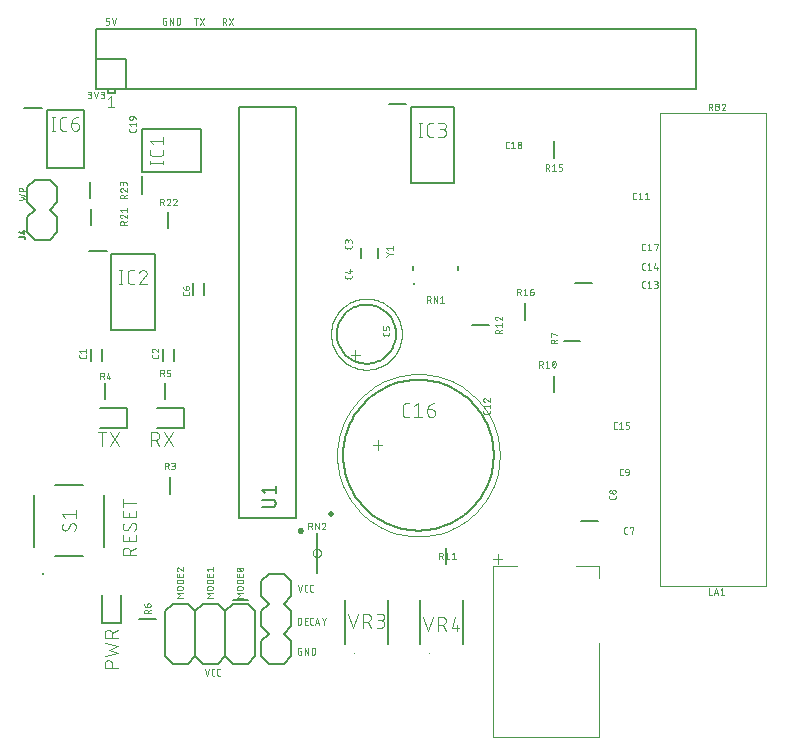
<source format=gbr>
G04 EAGLE Gerber RS-274X export*
G75*
%MOIN*%
%FSLAX34Y34*%
%LPD*%
%INSilkscreen Top*%
%IPPOS*%
%AMOC8*
5,1,8,0,0,1.08239X$1,22.5*%
G01*
%ADD10C,0.002000*%
%ADD11C,0.004000*%
%ADD12C,0.005000*%
%ADD13C,0.001969*%
%ADD14C,0.007874*%
%ADD15C,0.003937*%
%ADD16C,0.008000*%
%ADD17C,0.006000*%
%ADD18C,0.020000*%
%ADD19C,0.000866*%
%ADD20C,0.009843*%


D10*
X5690Y2710D02*
X5470Y2710D01*
X5592Y2783D01*
X5470Y2857D01*
X5690Y2857D01*
X5629Y2960D02*
X5531Y2960D01*
X5516Y2962D01*
X5503Y2967D01*
X5491Y2975D01*
X5481Y2986D01*
X5474Y2999D01*
X5470Y3014D01*
X5470Y3028D01*
X5474Y3043D01*
X5481Y3056D01*
X5491Y3067D01*
X5503Y3075D01*
X5516Y3080D01*
X5531Y3082D01*
X5629Y3082D01*
X5644Y3080D01*
X5657Y3075D01*
X5669Y3067D01*
X5679Y3056D01*
X5686Y3043D01*
X5690Y3028D01*
X5690Y3014D01*
X5686Y2999D01*
X5679Y2986D01*
X5669Y2975D01*
X5657Y2967D01*
X5644Y2962D01*
X5629Y2960D01*
X5690Y3183D02*
X5470Y3183D01*
X5470Y3244D01*
X5472Y3258D01*
X5476Y3270D01*
X5483Y3282D01*
X5493Y3292D01*
X5505Y3299D01*
X5517Y3303D01*
X5531Y3305D01*
X5629Y3305D01*
X5643Y3303D01*
X5655Y3299D01*
X5667Y3292D01*
X5677Y3282D01*
X5684Y3270D01*
X5688Y3258D01*
X5690Y3244D01*
X5690Y3183D01*
X5690Y3414D02*
X5690Y3512D01*
X5690Y3414D02*
X5470Y3414D01*
X5470Y3512D01*
X5568Y3487D02*
X5568Y3414D01*
X5470Y3661D02*
X5471Y3673D01*
X5475Y3685D01*
X5482Y3695D01*
X5491Y3704D01*
X5501Y3711D01*
X5513Y3715D01*
X5525Y3716D01*
X5470Y3661D02*
X5472Y3646D01*
X5476Y3632D01*
X5484Y3619D01*
X5494Y3608D01*
X5506Y3599D01*
X5519Y3593D01*
X5568Y3698D02*
X5559Y3705D01*
X5548Y3711D01*
X5537Y3715D01*
X5525Y3716D01*
X5568Y3697D02*
X5690Y3593D01*
X5690Y3716D01*
X6470Y2710D02*
X6690Y2710D01*
X6592Y2783D02*
X6470Y2710D01*
X6592Y2783D02*
X6470Y2857D01*
X6690Y2857D01*
X6629Y2960D02*
X6531Y2960D01*
X6516Y2962D01*
X6503Y2967D01*
X6491Y2975D01*
X6481Y2986D01*
X6474Y2999D01*
X6470Y3014D01*
X6470Y3028D01*
X6474Y3043D01*
X6481Y3056D01*
X6491Y3067D01*
X6503Y3075D01*
X6516Y3080D01*
X6531Y3082D01*
X6629Y3082D01*
X6644Y3080D01*
X6657Y3075D01*
X6669Y3067D01*
X6679Y3056D01*
X6686Y3043D01*
X6690Y3028D01*
X6690Y3014D01*
X6686Y2999D01*
X6679Y2986D01*
X6669Y2975D01*
X6657Y2967D01*
X6644Y2962D01*
X6629Y2960D01*
X6690Y3183D02*
X6470Y3183D01*
X6470Y3244D01*
X6472Y3258D01*
X6476Y3270D01*
X6483Y3282D01*
X6493Y3292D01*
X6505Y3299D01*
X6517Y3303D01*
X6531Y3305D01*
X6629Y3305D01*
X6643Y3303D01*
X6655Y3299D01*
X6667Y3292D01*
X6677Y3282D01*
X6684Y3270D01*
X6688Y3258D01*
X6690Y3244D01*
X6690Y3183D01*
X6690Y3414D02*
X6690Y3512D01*
X6690Y3414D02*
X6470Y3414D01*
X6470Y3512D01*
X6568Y3487D02*
X6568Y3414D01*
X6519Y3593D02*
X6470Y3655D01*
X6690Y3655D01*
X6690Y3716D02*
X6690Y3593D01*
X7470Y2710D02*
X7690Y2710D01*
X7592Y2783D02*
X7470Y2710D01*
X7592Y2783D02*
X7470Y2857D01*
X7690Y2857D01*
X7629Y2960D02*
X7531Y2960D01*
X7516Y2962D01*
X7503Y2967D01*
X7491Y2975D01*
X7481Y2986D01*
X7474Y2999D01*
X7470Y3014D01*
X7470Y3028D01*
X7474Y3043D01*
X7481Y3056D01*
X7491Y3067D01*
X7503Y3075D01*
X7516Y3080D01*
X7531Y3082D01*
X7629Y3082D01*
X7644Y3080D01*
X7657Y3075D01*
X7669Y3067D01*
X7679Y3056D01*
X7686Y3043D01*
X7690Y3028D01*
X7690Y3014D01*
X7686Y2999D01*
X7679Y2986D01*
X7669Y2975D01*
X7657Y2967D01*
X7644Y2962D01*
X7629Y2960D01*
X7690Y3183D02*
X7470Y3183D01*
X7470Y3244D01*
X7472Y3258D01*
X7476Y3270D01*
X7483Y3282D01*
X7493Y3292D01*
X7505Y3299D01*
X7517Y3303D01*
X7531Y3305D01*
X7629Y3305D01*
X7643Y3303D01*
X7655Y3299D01*
X7667Y3292D01*
X7677Y3282D01*
X7684Y3270D01*
X7688Y3258D01*
X7690Y3244D01*
X7690Y3183D01*
X7690Y3414D02*
X7690Y3512D01*
X7690Y3414D02*
X7470Y3414D01*
X7470Y3512D01*
X7568Y3487D02*
X7568Y3414D01*
X7580Y3594D02*
X7560Y3595D01*
X7539Y3599D01*
X7520Y3604D01*
X7501Y3612D01*
X7500Y3612D02*
X7490Y3617D01*
X7482Y3625D01*
X7475Y3634D01*
X7471Y3644D01*
X7470Y3655D01*
X7471Y3666D01*
X7475Y3676D01*
X7482Y3685D01*
X7490Y3693D01*
X7500Y3698D01*
X7501Y3697D02*
X7520Y3705D01*
X7539Y3710D01*
X7560Y3714D01*
X7580Y3715D01*
X7580Y3594D02*
X7600Y3595D01*
X7621Y3599D01*
X7640Y3604D01*
X7659Y3612D01*
X7660Y3612D02*
X7670Y3617D01*
X7678Y3625D01*
X7685Y3634D01*
X7689Y3644D01*
X7690Y3655D01*
X7659Y3697D02*
X7640Y3705D01*
X7621Y3710D01*
X7600Y3714D01*
X7580Y3715D01*
X7660Y3698D02*
X7670Y3693D01*
X7678Y3685D01*
X7685Y3676D01*
X7689Y3666D01*
X7690Y3655D01*
X7641Y3606D02*
X7519Y3703D01*
X9510Y2030D02*
X9510Y1810D01*
X9510Y2030D02*
X9571Y2030D01*
X9585Y2028D01*
X9597Y2024D01*
X9609Y2017D01*
X9619Y2007D01*
X9626Y1995D01*
X9630Y1983D01*
X9632Y1969D01*
X9632Y1871D01*
X9630Y1857D01*
X9626Y1845D01*
X9619Y1833D01*
X9609Y1823D01*
X9597Y1816D01*
X9585Y1812D01*
X9571Y1810D01*
X9510Y1810D01*
X9741Y1810D02*
X9839Y1810D01*
X9741Y1810D02*
X9741Y2030D01*
X9839Y2030D01*
X9814Y1932D02*
X9741Y1932D01*
X9969Y1810D02*
X10018Y1810D01*
X9969Y1810D02*
X9956Y1812D01*
X9945Y1817D01*
X9934Y1824D01*
X9927Y1835D01*
X9922Y1846D01*
X9920Y1859D01*
X9920Y1981D01*
X9922Y1994D01*
X9927Y2005D01*
X9934Y2016D01*
X9944Y2023D01*
X9956Y2028D01*
X9969Y2030D01*
X10018Y2030D01*
X10162Y2030D02*
X10088Y1810D01*
X10235Y1810D02*
X10162Y2030D01*
X10217Y1865D02*
X10107Y1865D01*
X10304Y2030D02*
X10378Y1926D01*
X10451Y2030D01*
X10378Y1926D02*
X10378Y1810D01*
X9583Y2910D02*
X9510Y3130D01*
X9657Y3130D02*
X9583Y2910D01*
X9786Y2910D02*
X9835Y2910D01*
X9786Y2910D02*
X9773Y2912D01*
X9762Y2917D01*
X9751Y2924D01*
X9744Y2935D01*
X9739Y2946D01*
X9737Y2959D01*
X9738Y2959D02*
X9738Y3081D01*
X9737Y3081D02*
X9739Y3094D01*
X9744Y3105D01*
X9751Y3116D01*
X9761Y3123D01*
X9773Y3128D01*
X9786Y3130D01*
X9835Y3130D01*
X9966Y2910D02*
X10015Y2910D01*
X9966Y2910D02*
X9953Y2912D01*
X9942Y2917D01*
X9931Y2924D01*
X9924Y2935D01*
X9919Y2946D01*
X9917Y2959D01*
X9918Y2959D02*
X9918Y3081D01*
X9917Y3081D02*
X9919Y3094D01*
X9924Y3105D01*
X9931Y3116D01*
X9941Y3123D01*
X9953Y3128D01*
X9966Y3130D01*
X10015Y3130D01*
X9632Y932D02*
X9596Y932D01*
X9632Y932D02*
X9632Y810D01*
X9559Y810D01*
X9546Y812D01*
X9535Y817D01*
X9524Y824D01*
X9517Y835D01*
X9512Y846D01*
X9510Y859D01*
X9510Y981D01*
X9512Y994D01*
X9517Y1005D01*
X9524Y1016D01*
X9534Y1023D01*
X9546Y1028D01*
X9559Y1030D01*
X9632Y1030D01*
X9740Y1030D02*
X9740Y810D01*
X9863Y810D02*
X9740Y1030D01*
X9863Y1030D02*
X9863Y810D01*
X9971Y810D02*
X9971Y1030D01*
X10032Y1030D01*
X10046Y1028D01*
X10058Y1024D01*
X10070Y1017D01*
X10080Y1007D01*
X10087Y995D01*
X10091Y983D01*
X10093Y969D01*
X10093Y871D01*
X10091Y857D01*
X10087Y845D01*
X10080Y833D01*
X10070Y823D01*
X10058Y816D01*
X10046Y812D01*
X10032Y810D01*
X9971Y810D01*
X6483Y110D02*
X6410Y330D01*
X6557Y330D02*
X6483Y110D01*
X6686Y110D02*
X6735Y110D01*
X6686Y110D02*
X6673Y112D01*
X6662Y117D01*
X6651Y124D01*
X6644Y135D01*
X6639Y146D01*
X6637Y159D01*
X6638Y159D02*
X6638Y281D01*
X6637Y281D02*
X6639Y294D01*
X6644Y305D01*
X6651Y316D01*
X6661Y323D01*
X6673Y328D01*
X6686Y330D01*
X6735Y330D01*
X6866Y110D02*
X6915Y110D01*
X6866Y110D02*
X6853Y112D01*
X6842Y117D01*
X6831Y124D01*
X6824Y135D01*
X6819Y146D01*
X6817Y159D01*
X6818Y159D02*
X6818Y281D01*
X6817Y281D02*
X6819Y294D01*
X6824Y305D01*
X6831Y316D01*
X6841Y323D01*
X6853Y328D01*
X6866Y330D01*
X6915Y330D01*
D11*
X16020Y3999D02*
X16327Y3999D01*
X16173Y3846D02*
X16173Y4152D01*
X12327Y7799D02*
X12020Y7799D01*
X12173Y7646D02*
X12173Y7952D01*
X11577Y10799D02*
X11270Y10799D01*
X11423Y10646D02*
X11423Y10952D01*
D10*
X23210Y3030D02*
X23210Y2810D01*
X23308Y2810D01*
X23377Y2810D02*
X23451Y3030D01*
X23524Y2810D01*
X23506Y2865D02*
X23396Y2865D01*
X23606Y2981D02*
X23667Y3030D01*
X23667Y2810D01*
X23606Y2810D02*
X23728Y2810D01*
X23210Y18960D02*
X23210Y19180D01*
X23271Y19180D01*
X23286Y19178D01*
X23299Y19173D01*
X23311Y19165D01*
X23321Y19154D01*
X23328Y19141D01*
X23332Y19126D01*
X23332Y19112D01*
X23328Y19097D01*
X23321Y19084D01*
X23311Y19073D01*
X23299Y19065D01*
X23286Y19060D01*
X23271Y19058D01*
X23210Y19058D01*
X23283Y19058D02*
X23332Y18960D01*
X23435Y19082D02*
X23496Y19082D01*
X23511Y19080D01*
X23524Y19075D01*
X23536Y19067D01*
X23546Y19056D01*
X23553Y19043D01*
X23557Y19028D01*
X23557Y19014D01*
X23553Y18999D01*
X23546Y18986D01*
X23536Y18975D01*
X23524Y18967D01*
X23511Y18962D01*
X23496Y18960D01*
X23435Y18960D01*
X23435Y19180D01*
X23496Y19180D01*
X23509Y19178D01*
X23521Y19173D01*
X23531Y19166D01*
X23538Y19156D01*
X23543Y19144D01*
X23545Y19131D01*
X23543Y19118D01*
X23538Y19107D01*
X23531Y19096D01*
X23521Y19089D01*
X23509Y19084D01*
X23496Y19082D01*
X23708Y19180D02*
X23720Y19179D01*
X23732Y19175D01*
X23742Y19168D01*
X23751Y19159D01*
X23758Y19149D01*
X23762Y19137D01*
X23763Y19125D01*
X23708Y19180D02*
X23693Y19178D01*
X23679Y19174D01*
X23666Y19166D01*
X23655Y19156D01*
X23646Y19144D01*
X23640Y19131D01*
X23745Y19082D02*
X23752Y19091D01*
X23758Y19102D01*
X23762Y19113D01*
X23763Y19125D01*
X23744Y19082D02*
X23641Y18960D01*
X23763Y18960D01*
D11*
X4130Y4120D02*
X3670Y4120D01*
X3670Y4248D01*
X3672Y4269D01*
X3677Y4290D01*
X3685Y4309D01*
X3697Y4327D01*
X3711Y4342D01*
X3728Y4355D01*
X3747Y4365D01*
X3767Y4372D01*
X3787Y4376D01*
X3809Y4376D01*
X3829Y4372D01*
X3849Y4365D01*
X3868Y4355D01*
X3885Y4342D01*
X3899Y4327D01*
X3911Y4309D01*
X3919Y4290D01*
X3924Y4269D01*
X3926Y4248D01*
X3926Y4120D01*
X3926Y4273D02*
X4130Y4376D01*
X4130Y4583D02*
X4130Y4787D01*
X4130Y4583D02*
X3670Y4583D01*
X3670Y4787D01*
X3874Y4736D02*
X3874Y4583D01*
X4130Y5095D02*
X4128Y5113D01*
X4124Y5130D01*
X4116Y5146D01*
X4106Y5161D01*
X4094Y5173D01*
X4079Y5183D01*
X4063Y5191D01*
X4046Y5195D01*
X4028Y5197D01*
X4130Y5095D02*
X4128Y5067D01*
X4123Y5039D01*
X4113Y5012D01*
X4101Y4986D01*
X4085Y4963D01*
X4066Y4942D01*
X3772Y4955D02*
X3754Y4957D01*
X3737Y4961D01*
X3721Y4969D01*
X3706Y4979D01*
X3694Y4991D01*
X3684Y5006D01*
X3676Y5022D01*
X3672Y5039D01*
X3670Y5057D01*
X3672Y5082D01*
X3676Y5106D01*
X3684Y5129D01*
X3695Y5152D01*
X3708Y5172D01*
X3772Y4955D02*
X3790Y4957D01*
X3807Y4961D01*
X3824Y4969D01*
X3838Y4979D01*
X3851Y4992D01*
X3862Y5006D01*
X3938Y5147D02*
X3949Y5161D01*
X3962Y5174D01*
X3976Y5184D01*
X3993Y5192D01*
X4010Y5196D01*
X4028Y5198D01*
X3938Y5147D02*
X3862Y5006D01*
X4130Y5393D02*
X4130Y5597D01*
X4130Y5393D02*
X3670Y5393D01*
X3670Y5597D01*
X3874Y5546D02*
X3874Y5393D01*
X3670Y5865D02*
X4130Y5865D01*
X3670Y5737D02*
X3670Y5993D01*
D10*
X3183Y21810D02*
X3110Y21810D01*
X3183Y21810D02*
X3196Y21812D01*
X3207Y21817D01*
X3218Y21824D01*
X3225Y21834D01*
X3230Y21846D01*
X3232Y21859D01*
X3232Y21883D01*
X3230Y21896D01*
X3225Y21908D01*
X3218Y21918D01*
X3208Y21925D01*
X3196Y21930D01*
X3183Y21932D01*
X3110Y21932D01*
X3110Y22030D01*
X3232Y22030D01*
X3314Y22030D02*
X3387Y21810D01*
X3460Y22030D01*
X5096Y21932D02*
X5132Y21932D01*
X5132Y21810D01*
X5059Y21810D01*
X5046Y21812D01*
X5035Y21817D01*
X5024Y21824D01*
X5017Y21835D01*
X5012Y21846D01*
X5010Y21859D01*
X5010Y21981D01*
X5012Y21994D01*
X5017Y22005D01*
X5024Y22016D01*
X5034Y22023D01*
X5046Y22028D01*
X5059Y22030D01*
X5132Y22030D01*
X5240Y22030D02*
X5240Y21810D01*
X5363Y21810D02*
X5240Y22030D01*
X5363Y22030D02*
X5363Y21810D01*
X5471Y21810D02*
X5471Y22030D01*
X5532Y22030D01*
X5546Y22028D01*
X5558Y22024D01*
X5570Y22017D01*
X5580Y22007D01*
X5587Y21995D01*
X5591Y21983D01*
X5593Y21969D01*
X5593Y21871D01*
X5591Y21857D01*
X5587Y21845D01*
X5580Y21833D01*
X5570Y21823D01*
X5558Y21816D01*
X5546Y21812D01*
X5532Y21810D01*
X5471Y21810D01*
X6121Y21810D02*
X6121Y22030D01*
X6060Y22030D02*
X6182Y22030D01*
X6396Y22030D02*
X6249Y21810D01*
X6396Y21810D02*
X6249Y22030D01*
X7010Y22030D02*
X7010Y21810D01*
X7010Y22030D02*
X7071Y22030D01*
X7086Y22028D01*
X7099Y22023D01*
X7111Y22015D01*
X7121Y22004D01*
X7128Y21991D01*
X7132Y21976D01*
X7132Y21962D01*
X7128Y21947D01*
X7121Y21934D01*
X7111Y21923D01*
X7099Y21915D01*
X7086Y21910D01*
X7071Y21908D01*
X7010Y21908D01*
X7083Y21908D02*
X7132Y21810D01*
X7212Y21810D02*
X7359Y22030D01*
X7212Y22030D02*
X7359Y21810D01*
X2571Y19360D02*
X2510Y19360D01*
X2571Y19360D02*
X2586Y19362D01*
X2599Y19367D01*
X2611Y19375D01*
X2621Y19386D01*
X2628Y19399D01*
X2632Y19414D01*
X2632Y19428D01*
X2628Y19443D01*
X2621Y19456D01*
X2611Y19467D01*
X2599Y19475D01*
X2586Y19480D01*
X2571Y19482D01*
X2583Y19580D02*
X2510Y19580D01*
X2583Y19580D02*
X2596Y19578D01*
X2608Y19573D01*
X2618Y19566D01*
X2625Y19556D01*
X2630Y19544D01*
X2632Y19531D01*
X2630Y19518D01*
X2625Y19507D01*
X2618Y19496D01*
X2608Y19489D01*
X2596Y19484D01*
X2583Y19482D01*
X2534Y19482D01*
X2714Y19580D02*
X2787Y19360D01*
X2860Y19580D01*
X2942Y19360D02*
X3003Y19360D01*
X3018Y19362D01*
X3031Y19367D01*
X3043Y19375D01*
X3053Y19386D01*
X3060Y19399D01*
X3064Y19414D01*
X3064Y19428D01*
X3060Y19443D01*
X3053Y19456D01*
X3043Y19467D01*
X3031Y19475D01*
X3018Y19480D01*
X3003Y19482D01*
X3015Y19580D02*
X2942Y19580D01*
X3015Y19580D02*
X3028Y19578D01*
X3040Y19573D01*
X3050Y19566D01*
X3057Y19556D01*
X3062Y19544D01*
X3064Y19531D01*
X3062Y19518D01*
X3057Y19507D01*
X3050Y19496D01*
X3040Y19489D01*
X3028Y19484D01*
X3015Y19482D01*
X2966Y19482D01*
X440Y16009D02*
X220Y15960D01*
X293Y16058D02*
X440Y16009D01*
X440Y16107D02*
X293Y16058D01*
X220Y16156D02*
X440Y16107D01*
X440Y16252D02*
X220Y16252D01*
X220Y16313D01*
X222Y16328D01*
X227Y16341D01*
X235Y16353D01*
X246Y16363D01*
X259Y16370D01*
X274Y16374D01*
X288Y16374D01*
X303Y16370D01*
X316Y16363D01*
X327Y16353D01*
X335Y16341D01*
X340Y16328D01*
X342Y16313D01*
X342Y16252D01*
D12*
X2611Y10997D02*
X2611Y10603D01*
X2989Y10603D02*
X2989Y10997D01*
D10*
X2452Y10790D02*
X2452Y10741D01*
X2450Y10728D01*
X2445Y10717D01*
X2438Y10706D01*
X2428Y10699D01*
X2416Y10694D01*
X2403Y10692D01*
X2403Y10693D02*
X2281Y10693D01*
X2281Y10692D02*
X2268Y10694D01*
X2257Y10699D01*
X2246Y10706D01*
X2239Y10716D01*
X2234Y10728D01*
X2232Y10741D01*
X2232Y10790D01*
X2281Y10873D02*
X2232Y10934D01*
X2452Y10934D01*
X2452Y10873D02*
X2452Y10995D01*
X20739Y15990D02*
X20788Y15990D01*
X20739Y15990D02*
X20726Y15992D01*
X20715Y15997D01*
X20704Y16004D01*
X20697Y16015D01*
X20692Y16026D01*
X20690Y16039D01*
X20691Y16039D02*
X20691Y16161D01*
X20690Y16161D02*
X20692Y16174D01*
X20697Y16185D01*
X20704Y16196D01*
X20714Y16203D01*
X20726Y16208D01*
X20739Y16210D01*
X20788Y16210D01*
X20871Y16161D02*
X20932Y16210D01*
X20932Y15990D01*
X20871Y15990D02*
X20993Y15990D01*
X21087Y16161D02*
X21148Y16210D01*
X21148Y15990D01*
X21087Y15990D02*
X21209Y15990D01*
X15910Y8938D02*
X15910Y8889D01*
X15908Y8876D01*
X15903Y8865D01*
X15896Y8854D01*
X15886Y8847D01*
X15874Y8842D01*
X15861Y8840D01*
X15861Y8841D02*
X15739Y8841D01*
X15739Y8840D02*
X15726Y8842D01*
X15715Y8847D01*
X15704Y8854D01*
X15697Y8864D01*
X15692Y8876D01*
X15690Y8889D01*
X15690Y8938D01*
X15739Y9021D02*
X15690Y9082D01*
X15910Y9082D01*
X15910Y9021D02*
X15910Y9143D01*
X15745Y9359D02*
X15733Y9358D01*
X15721Y9354D01*
X15711Y9347D01*
X15702Y9338D01*
X15695Y9328D01*
X15691Y9316D01*
X15690Y9304D01*
X15692Y9289D01*
X15696Y9275D01*
X15704Y9262D01*
X15714Y9251D01*
X15726Y9242D01*
X15739Y9236D01*
X15788Y9341D02*
X15779Y9348D01*
X15768Y9354D01*
X15757Y9358D01*
X15745Y9359D01*
X15788Y9341D02*
X15910Y9237D01*
X15910Y9359D01*
X21039Y13040D02*
X21088Y13040D01*
X21039Y13040D02*
X21026Y13042D01*
X21015Y13047D01*
X21004Y13054D01*
X20997Y13065D01*
X20992Y13076D01*
X20990Y13089D01*
X20991Y13089D02*
X20991Y13211D01*
X20990Y13211D02*
X20992Y13224D01*
X20997Y13235D01*
X21004Y13246D01*
X21014Y13253D01*
X21026Y13258D01*
X21039Y13260D01*
X21088Y13260D01*
X21171Y13211D02*
X21232Y13260D01*
X21232Y13040D01*
X21171Y13040D02*
X21293Y13040D01*
X21387Y13040D02*
X21448Y13040D01*
X21463Y13042D01*
X21476Y13047D01*
X21488Y13055D01*
X21498Y13066D01*
X21505Y13079D01*
X21509Y13094D01*
X21509Y13108D01*
X21505Y13123D01*
X21498Y13136D01*
X21488Y13147D01*
X21476Y13155D01*
X21463Y13160D01*
X21448Y13162D01*
X21461Y13260D02*
X21387Y13260D01*
X21461Y13260D02*
X21474Y13258D01*
X21486Y13253D01*
X21496Y13246D01*
X21503Y13236D01*
X21508Y13224D01*
X21510Y13211D01*
X21508Y13198D01*
X21503Y13187D01*
X21496Y13176D01*
X21486Y13169D01*
X21474Y13164D01*
X21461Y13162D01*
X21412Y13162D01*
X21088Y13640D02*
X21039Y13640D01*
X21026Y13642D01*
X21015Y13647D01*
X21004Y13654D01*
X20997Y13665D01*
X20992Y13676D01*
X20990Y13689D01*
X20991Y13689D02*
X20991Y13811D01*
X20990Y13811D02*
X20992Y13824D01*
X20997Y13835D01*
X21004Y13846D01*
X21014Y13853D01*
X21026Y13858D01*
X21039Y13860D01*
X21088Y13860D01*
X21171Y13811D02*
X21232Y13860D01*
X21232Y13640D01*
X21171Y13640D02*
X21293Y13640D01*
X21387Y13689D02*
X21436Y13860D01*
X21387Y13689D02*
X21509Y13689D01*
X21473Y13738D02*
X21473Y13640D01*
X20138Y8340D02*
X20089Y8340D01*
X20076Y8342D01*
X20065Y8347D01*
X20054Y8354D01*
X20047Y8365D01*
X20042Y8376D01*
X20040Y8389D01*
X20041Y8389D02*
X20041Y8511D01*
X20040Y8511D02*
X20042Y8524D01*
X20047Y8535D01*
X20054Y8546D01*
X20064Y8553D01*
X20076Y8558D01*
X20089Y8560D01*
X20138Y8560D01*
X20221Y8511D02*
X20282Y8560D01*
X20282Y8340D01*
X20221Y8340D02*
X20343Y8340D01*
X20437Y8340D02*
X20511Y8340D01*
X20524Y8342D01*
X20535Y8347D01*
X20546Y8354D01*
X20553Y8364D01*
X20558Y8376D01*
X20560Y8389D01*
X20559Y8389D02*
X20559Y8413D01*
X20560Y8413D02*
X20558Y8426D01*
X20553Y8438D01*
X20546Y8448D01*
X20536Y8455D01*
X20524Y8460D01*
X20511Y8462D01*
X20437Y8462D01*
X20437Y8560D01*
X20559Y8560D01*
D13*
X10827Y7457D02*
X10829Y7561D01*
X10835Y7664D01*
X10845Y7767D01*
X10859Y7870D01*
X10877Y7972D01*
X10898Y8074D01*
X10924Y8174D01*
X10953Y8274D01*
X10986Y8372D01*
X11023Y8469D01*
X11064Y8564D01*
X11108Y8658D01*
X11156Y8750D01*
X11207Y8840D01*
X11262Y8928D01*
X11320Y9014D01*
X11381Y9098D01*
X11446Y9179D01*
X11513Y9258D01*
X11584Y9334D01*
X11657Y9407D01*
X11733Y9478D01*
X11812Y9545D01*
X11893Y9610D01*
X11977Y9671D01*
X12063Y9729D01*
X12151Y9784D01*
X12241Y9835D01*
X12333Y9883D01*
X12427Y9927D01*
X12522Y9968D01*
X12619Y10005D01*
X12717Y10038D01*
X12817Y10067D01*
X12917Y10093D01*
X13019Y10114D01*
X13121Y10132D01*
X13224Y10146D01*
X13327Y10156D01*
X13430Y10162D01*
X13534Y10164D01*
X13638Y10162D01*
X13741Y10156D01*
X13844Y10146D01*
X13947Y10132D01*
X14049Y10114D01*
X14151Y10093D01*
X14251Y10067D01*
X14351Y10038D01*
X14449Y10005D01*
X14546Y9968D01*
X14641Y9927D01*
X14735Y9883D01*
X14827Y9835D01*
X14917Y9784D01*
X15005Y9729D01*
X15091Y9671D01*
X15175Y9610D01*
X15256Y9545D01*
X15335Y9478D01*
X15411Y9407D01*
X15484Y9334D01*
X15555Y9258D01*
X15622Y9179D01*
X15687Y9098D01*
X15748Y9014D01*
X15806Y8928D01*
X15861Y8840D01*
X15912Y8750D01*
X15960Y8658D01*
X16004Y8564D01*
X16045Y8469D01*
X16082Y8372D01*
X16115Y8274D01*
X16144Y8174D01*
X16170Y8074D01*
X16191Y7972D01*
X16209Y7870D01*
X16223Y7767D01*
X16233Y7664D01*
X16239Y7561D01*
X16241Y7457D01*
X16239Y7353D01*
X16233Y7250D01*
X16223Y7147D01*
X16209Y7044D01*
X16191Y6942D01*
X16170Y6840D01*
X16144Y6740D01*
X16115Y6640D01*
X16082Y6542D01*
X16045Y6445D01*
X16004Y6350D01*
X15960Y6256D01*
X15912Y6164D01*
X15861Y6074D01*
X15806Y5986D01*
X15748Y5900D01*
X15687Y5816D01*
X15622Y5735D01*
X15555Y5656D01*
X15484Y5580D01*
X15411Y5507D01*
X15335Y5436D01*
X15256Y5369D01*
X15175Y5304D01*
X15091Y5243D01*
X15005Y5185D01*
X14917Y5130D01*
X14827Y5079D01*
X14735Y5031D01*
X14641Y4987D01*
X14546Y4946D01*
X14449Y4909D01*
X14351Y4876D01*
X14251Y4847D01*
X14151Y4821D01*
X14049Y4800D01*
X13947Y4782D01*
X13844Y4768D01*
X13741Y4758D01*
X13638Y4752D01*
X13534Y4750D01*
X13430Y4752D01*
X13327Y4758D01*
X13224Y4768D01*
X13121Y4782D01*
X13019Y4800D01*
X12917Y4821D01*
X12817Y4847D01*
X12717Y4876D01*
X12619Y4909D01*
X12522Y4946D01*
X12427Y4987D01*
X12333Y5031D01*
X12241Y5079D01*
X12151Y5130D01*
X12063Y5185D01*
X11977Y5243D01*
X11893Y5304D01*
X11812Y5369D01*
X11733Y5436D01*
X11657Y5507D01*
X11584Y5580D01*
X11513Y5656D01*
X11446Y5735D01*
X11381Y5816D01*
X11320Y5900D01*
X11262Y5986D01*
X11207Y6074D01*
X11156Y6164D01*
X11108Y6256D01*
X11064Y6350D01*
X11023Y6445D01*
X10986Y6542D01*
X10953Y6640D01*
X10924Y6740D01*
X10898Y6840D01*
X10877Y6942D01*
X10859Y7044D01*
X10845Y7147D01*
X10835Y7250D01*
X10829Y7353D01*
X10827Y7457D01*
D14*
X11024Y7457D02*
X11026Y7557D01*
X11032Y7656D01*
X11042Y7756D01*
X11056Y7855D01*
X11073Y7953D01*
X11095Y8050D01*
X11121Y8147D01*
X11150Y8242D01*
X11183Y8336D01*
X11220Y8429D01*
X11260Y8520D01*
X11304Y8610D01*
X11352Y8698D01*
X11403Y8783D01*
X11457Y8867D01*
X11515Y8948D01*
X11576Y9028D01*
X11640Y9104D01*
X11707Y9178D01*
X11777Y9249D01*
X11850Y9318D01*
X11925Y9383D01*
X12003Y9446D01*
X12083Y9505D01*
X12166Y9561D01*
X12250Y9614D01*
X12337Y9663D01*
X12426Y9709D01*
X12516Y9751D01*
X12608Y9790D01*
X12702Y9825D01*
X12796Y9856D01*
X12892Y9884D01*
X12989Y9907D01*
X13087Y9927D01*
X13186Y9943D01*
X13285Y9955D01*
X13384Y9963D01*
X13484Y9967D01*
X13584Y9967D01*
X13684Y9963D01*
X13783Y9955D01*
X13882Y9943D01*
X13981Y9927D01*
X14079Y9907D01*
X14176Y9884D01*
X14272Y9856D01*
X14366Y9825D01*
X14460Y9790D01*
X14552Y9751D01*
X14642Y9709D01*
X14731Y9663D01*
X14818Y9614D01*
X14902Y9561D01*
X14985Y9505D01*
X15065Y9446D01*
X15143Y9383D01*
X15218Y9318D01*
X15291Y9249D01*
X15361Y9178D01*
X15428Y9104D01*
X15492Y9028D01*
X15553Y8948D01*
X15611Y8867D01*
X15665Y8783D01*
X15716Y8698D01*
X15764Y8610D01*
X15808Y8520D01*
X15848Y8429D01*
X15885Y8336D01*
X15918Y8242D01*
X15947Y8147D01*
X15973Y8050D01*
X15995Y7953D01*
X16012Y7855D01*
X16026Y7756D01*
X16036Y7656D01*
X16042Y7557D01*
X16044Y7457D01*
X16042Y7357D01*
X16036Y7258D01*
X16026Y7158D01*
X16012Y7059D01*
X15995Y6961D01*
X15973Y6864D01*
X15947Y6767D01*
X15918Y6672D01*
X15885Y6578D01*
X15848Y6485D01*
X15808Y6394D01*
X15764Y6304D01*
X15716Y6216D01*
X15665Y6131D01*
X15611Y6047D01*
X15553Y5966D01*
X15492Y5886D01*
X15428Y5810D01*
X15361Y5736D01*
X15291Y5665D01*
X15218Y5596D01*
X15143Y5531D01*
X15065Y5468D01*
X14985Y5409D01*
X14902Y5353D01*
X14818Y5300D01*
X14731Y5251D01*
X14642Y5205D01*
X14552Y5163D01*
X14460Y5124D01*
X14366Y5089D01*
X14272Y5058D01*
X14176Y5030D01*
X14079Y5007D01*
X13981Y4987D01*
X13882Y4971D01*
X13783Y4959D01*
X13684Y4951D01*
X13584Y4947D01*
X13484Y4947D01*
X13384Y4951D01*
X13285Y4959D01*
X13186Y4971D01*
X13087Y4987D01*
X12989Y5007D01*
X12892Y5030D01*
X12796Y5058D01*
X12702Y5089D01*
X12608Y5124D01*
X12516Y5163D01*
X12426Y5205D01*
X12337Y5251D01*
X12250Y5300D01*
X12166Y5353D01*
X12083Y5409D01*
X12003Y5468D01*
X11925Y5531D01*
X11850Y5596D01*
X11777Y5665D01*
X11707Y5736D01*
X11640Y5810D01*
X11576Y5886D01*
X11515Y5966D01*
X11457Y6047D01*
X11403Y6131D01*
X11352Y6216D01*
X11304Y6304D01*
X11260Y6394D01*
X11220Y6485D01*
X11183Y6578D01*
X11150Y6672D01*
X11121Y6767D01*
X11095Y6864D01*
X11073Y6961D01*
X11056Y7059D01*
X11042Y7158D01*
X11032Y7258D01*
X11026Y7357D01*
X11024Y7457D01*
D11*
X13111Y8727D02*
X13214Y8727D01*
X13111Y8728D02*
X13093Y8730D01*
X13076Y8734D01*
X13060Y8742D01*
X13045Y8752D01*
X13033Y8764D01*
X13023Y8779D01*
X13015Y8795D01*
X13011Y8812D01*
X13009Y8830D01*
X13009Y9085D01*
X13011Y9105D01*
X13017Y9124D01*
X13026Y9142D01*
X13039Y9157D01*
X13054Y9170D01*
X13072Y9179D01*
X13091Y9185D01*
X13111Y9187D01*
X13214Y9187D01*
X13385Y9085D02*
X13513Y9187D01*
X13513Y8727D01*
X13385Y8727D02*
X13641Y8727D01*
X13835Y8983D02*
X13989Y8983D01*
X14007Y8981D01*
X14024Y8977D01*
X14040Y8969D01*
X14055Y8959D01*
X14067Y8947D01*
X14077Y8932D01*
X14085Y8916D01*
X14089Y8899D01*
X14091Y8881D01*
X14091Y8855D01*
X14089Y8834D01*
X14084Y8813D01*
X14076Y8794D01*
X14064Y8776D01*
X14050Y8761D01*
X14033Y8748D01*
X14014Y8738D01*
X13994Y8731D01*
X13974Y8727D01*
X13952Y8727D01*
X13932Y8731D01*
X13912Y8738D01*
X13893Y8748D01*
X13876Y8761D01*
X13862Y8776D01*
X13850Y8794D01*
X13842Y8813D01*
X13837Y8834D01*
X13835Y8855D01*
X13835Y8983D01*
X13836Y8983D02*
X13838Y9010D01*
X13843Y9036D01*
X13852Y9061D01*
X13863Y9085D01*
X13878Y9107D01*
X13896Y9127D01*
X13916Y9145D01*
X13938Y9160D01*
X13962Y9171D01*
X13987Y9180D01*
X14013Y9185D01*
X14040Y9187D01*
D10*
X21039Y14290D02*
X21088Y14290D01*
X21039Y14290D02*
X21026Y14292D01*
X21015Y14297D01*
X21004Y14304D01*
X20997Y14315D01*
X20992Y14326D01*
X20990Y14339D01*
X20991Y14339D02*
X20991Y14461D01*
X20990Y14461D02*
X20992Y14474D01*
X20997Y14485D01*
X21004Y14496D01*
X21014Y14503D01*
X21026Y14508D01*
X21039Y14510D01*
X21088Y14510D01*
X21171Y14461D02*
X21232Y14510D01*
X21232Y14290D01*
X21171Y14290D02*
X21293Y14290D01*
X21387Y14486D02*
X21387Y14510D01*
X21509Y14510D01*
X21448Y14290D01*
X16538Y17690D02*
X16489Y17690D01*
X16476Y17692D01*
X16465Y17697D01*
X16454Y17704D01*
X16447Y17715D01*
X16442Y17726D01*
X16440Y17739D01*
X16441Y17739D02*
X16441Y17861D01*
X16440Y17861D02*
X16442Y17874D01*
X16447Y17885D01*
X16454Y17896D01*
X16464Y17903D01*
X16476Y17908D01*
X16489Y17910D01*
X16538Y17910D01*
X16621Y17861D02*
X16682Y17910D01*
X16682Y17690D01*
X16621Y17690D02*
X16743Y17690D01*
X16837Y17751D02*
X16839Y17766D01*
X16844Y17779D01*
X16852Y17791D01*
X16863Y17801D01*
X16876Y17808D01*
X16891Y17812D01*
X16905Y17812D01*
X16920Y17808D01*
X16933Y17801D01*
X16944Y17791D01*
X16952Y17779D01*
X16957Y17766D01*
X16959Y17751D01*
X16957Y17736D01*
X16952Y17723D01*
X16944Y17711D01*
X16933Y17701D01*
X16920Y17694D01*
X16905Y17690D01*
X16891Y17690D01*
X16876Y17694D01*
X16863Y17701D01*
X16852Y17711D01*
X16844Y17723D01*
X16839Y17736D01*
X16837Y17751D01*
X16849Y17861D02*
X16851Y17874D01*
X16856Y17886D01*
X16863Y17896D01*
X16874Y17903D01*
X16885Y17908D01*
X16898Y17910D01*
X16911Y17908D01*
X16923Y17903D01*
X16933Y17896D01*
X16940Y17886D01*
X16945Y17874D01*
X16947Y17861D01*
X16945Y17848D01*
X16940Y17837D01*
X16933Y17826D01*
X16923Y17819D01*
X16911Y17814D01*
X16898Y17812D01*
X16885Y17814D01*
X16874Y17819D01*
X16863Y17826D01*
X16856Y17837D01*
X16851Y17848D01*
X16849Y17861D01*
X4110Y18289D02*
X4110Y18338D01*
X4110Y18289D02*
X4108Y18276D01*
X4103Y18265D01*
X4096Y18254D01*
X4086Y18247D01*
X4074Y18242D01*
X4061Y18240D01*
X4061Y18241D02*
X3939Y18241D01*
X3939Y18240D02*
X3926Y18242D01*
X3915Y18247D01*
X3904Y18254D01*
X3897Y18264D01*
X3892Y18276D01*
X3890Y18289D01*
X3890Y18338D01*
X3939Y18421D02*
X3890Y18482D01*
X4110Y18482D01*
X4110Y18421D02*
X4110Y18543D01*
X4012Y18686D02*
X4012Y18759D01*
X4012Y18686D02*
X4010Y18673D01*
X4005Y18662D01*
X3998Y18651D01*
X3988Y18644D01*
X3976Y18639D01*
X3963Y18637D01*
X3951Y18637D01*
X3936Y18639D01*
X3923Y18644D01*
X3911Y18652D01*
X3901Y18663D01*
X3894Y18676D01*
X3890Y18691D01*
X3890Y18705D01*
X3894Y18720D01*
X3901Y18733D01*
X3911Y18744D01*
X3923Y18752D01*
X3936Y18757D01*
X3951Y18759D01*
X4012Y18759D01*
X4012Y18760D02*
X4029Y18759D01*
X4046Y18754D01*
X4061Y18747D01*
X4075Y18737D01*
X4087Y18725D01*
X4097Y18711D01*
X4104Y18696D01*
X4109Y18679D01*
X4110Y18662D01*
D12*
X5389Y10997D02*
X5389Y10603D01*
X5011Y10603D02*
X5011Y10997D01*
D10*
X4868Y10802D02*
X4868Y10753D01*
X4866Y10740D01*
X4861Y10729D01*
X4854Y10718D01*
X4844Y10711D01*
X4832Y10706D01*
X4819Y10704D01*
X4819Y10705D02*
X4697Y10705D01*
X4697Y10704D02*
X4684Y10706D01*
X4673Y10711D01*
X4662Y10718D01*
X4655Y10728D01*
X4650Y10740D01*
X4648Y10753D01*
X4648Y10802D01*
X4648Y10952D02*
X4649Y10964D01*
X4653Y10976D01*
X4660Y10986D01*
X4669Y10995D01*
X4679Y11002D01*
X4691Y11006D01*
X4703Y11007D01*
X4648Y10952D02*
X4650Y10937D01*
X4654Y10923D01*
X4662Y10910D01*
X4672Y10899D01*
X4684Y10890D01*
X4697Y10884D01*
X4746Y10989D02*
X4737Y10996D01*
X4726Y11002D01*
X4715Y11006D01*
X4703Y11007D01*
X4746Y10989D02*
X4868Y10885D01*
X4868Y11007D01*
X11310Y14397D02*
X11310Y14446D01*
X11310Y14397D02*
X11308Y14384D01*
X11303Y14373D01*
X11296Y14362D01*
X11286Y14355D01*
X11274Y14350D01*
X11261Y14348D01*
X11261Y14349D02*
X11139Y14349D01*
X11139Y14348D02*
X11126Y14350D01*
X11115Y14355D01*
X11104Y14362D01*
X11097Y14372D01*
X11092Y14384D01*
X11090Y14397D01*
X11090Y14446D01*
X11310Y14529D02*
X11310Y14590D01*
X11308Y14605D01*
X11303Y14618D01*
X11295Y14630D01*
X11284Y14640D01*
X11271Y14647D01*
X11256Y14651D01*
X11242Y14651D01*
X11227Y14647D01*
X11214Y14640D01*
X11203Y14630D01*
X11195Y14618D01*
X11190Y14605D01*
X11188Y14590D01*
X11090Y14603D02*
X11090Y14529D01*
X11090Y14603D02*
X11092Y14616D01*
X11097Y14628D01*
X11104Y14638D01*
X11115Y14645D01*
X11126Y14650D01*
X11139Y14652D01*
X11152Y14650D01*
X11164Y14645D01*
X11174Y14638D01*
X11181Y14628D01*
X11186Y14616D01*
X11188Y14603D01*
X11188Y14554D01*
X11310Y13446D02*
X11310Y13397D01*
X11308Y13384D01*
X11303Y13373D01*
X11296Y13362D01*
X11286Y13355D01*
X11274Y13350D01*
X11261Y13348D01*
X11261Y13349D02*
X11139Y13349D01*
X11139Y13348D02*
X11126Y13350D01*
X11115Y13355D01*
X11104Y13362D01*
X11097Y13372D01*
X11092Y13384D01*
X11090Y13397D01*
X11090Y13446D01*
X11090Y13578D02*
X11261Y13529D01*
X11261Y13651D01*
X11212Y13615D02*
X11310Y13615D01*
D13*
X10619Y11494D02*
X10621Y11563D01*
X10627Y11631D01*
X10637Y11699D01*
X10651Y11766D01*
X10669Y11833D01*
X10690Y11898D01*
X10716Y11962D01*
X10745Y12024D01*
X10777Y12084D01*
X10813Y12143D01*
X10853Y12199D01*
X10895Y12253D01*
X10941Y12304D01*
X10990Y12353D01*
X11041Y12399D01*
X11095Y12441D01*
X11151Y12481D01*
X11209Y12517D01*
X11270Y12549D01*
X11332Y12578D01*
X11396Y12604D01*
X11461Y12625D01*
X11528Y12643D01*
X11595Y12657D01*
X11663Y12667D01*
X11731Y12673D01*
X11800Y12675D01*
X11869Y12673D01*
X11937Y12667D01*
X12005Y12657D01*
X12072Y12643D01*
X12139Y12625D01*
X12204Y12604D01*
X12268Y12578D01*
X12330Y12549D01*
X12390Y12517D01*
X12449Y12481D01*
X12505Y12441D01*
X12559Y12399D01*
X12610Y12353D01*
X12659Y12304D01*
X12705Y12253D01*
X12747Y12199D01*
X12787Y12143D01*
X12823Y12084D01*
X12855Y12024D01*
X12884Y11962D01*
X12910Y11898D01*
X12931Y11833D01*
X12949Y11766D01*
X12963Y11699D01*
X12973Y11631D01*
X12979Y11563D01*
X12981Y11494D01*
X12979Y11425D01*
X12973Y11357D01*
X12963Y11289D01*
X12949Y11222D01*
X12931Y11155D01*
X12910Y11090D01*
X12884Y11026D01*
X12855Y10964D01*
X12823Y10903D01*
X12787Y10845D01*
X12747Y10789D01*
X12705Y10735D01*
X12659Y10684D01*
X12610Y10635D01*
X12559Y10589D01*
X12505Y10547D01*
X12449Y10507D01*
X12391Y10471D01*
X12330Y10439D01*
X12268Y10410D01*
X12204Y10384D01*
X12139Y10363D01*
X12072Y10345D01*
X12005Y10331D01*
X11937Y10321D01*
X11869Y10315D01*
X11800Y10313D01*
X11731Y10315D01*
X11663Y10321D01*
X11595Y10331D01*
X11528Y10345D01*
X11461Y10363D01*
X11396Y10384D01*
X11332Y10410D01*
X11270Y10439D01*
X11209Y10471D01*
X11151Y10507D01*
X11095Y10547D01*
X11041Y10589D01*
X10990Y10635D01*
X10941Y10684D01*
X10895Y10735D01*
X10853Y10789D01*
X10813Y10845D01*
X10777Y10903D01*
X10745Y10964D01*
X10716Y11026D01*
X10690Y11090D01*
X10669Y11155D01*
X10651Y11222D01*
X10637Y11289D01*
X10627Y11357D01*
X10621Y11425D01*
X10619Y11494D01*
D14*
X10816Y11494D02*
X10818Y11556D01*
X10824Y11619D01*
X10834Y11680D01*
X10848Y11741D01*
X10865Y11801D01*
X10886Y11860D01*
X10912Y11917D01*
X10940Y11972D01*
X10972Y12026D01*
X11008Y12077D01*
X11046Y12127D01*
X11088Y12173D01*
X11132Y12217D01*
X11180Y12258D01*
X11229Y12296D01*
X11281Y12330D01*
X11335Y12361D01*
X11391Y12389D01*
X11449Y12413D01*
X11508Y12434D01*
X11568Y12450D01*
X11629Y12463D01*
X11691Y12472D01*
X11753Y12477D01*
X11816Y12478D01*
X11878Y12475D01*
X11940Y12468D01*
X12002Y12457D01*
X12062Y12442D01*
X12122Y12424D01*
X12180Y12402D01*
X12237Y12376D01*
X12292Y12346D01*
X12345Y12313D01*
X12396Y12277D01*
X12444Y12238D01*
X12490Y12195D01*
X12533Y12150D01*
X12573Y12102D01*
X12610Y12052D01*
X12644Y11999D01*
X12675Y11945D01*
X12701Y11889D01*
X12725Y11831D01*
X12744Y11771D01*
X12760Y11711D01*
X12772Y11649D01*
X12780Y11588D01*
X12784Y11525D01*
X12784Y11463D01*
X12780Y11400D01*
X12772Y11339D01*
X12760Y11277D01*
X12744Y11217D01*
X12725Y11157D01*
X12701Y11099D01*
X12675Y11043D01*
X12644Y10989D01*
X12610Y10936D01*
X12573Y10886D01*
X12533Y10838D01*
X12490Y10793D01*
X12444Y10750D01*
X12396Y10711D01*
X12345Y10675D01*
X12292Y10642D01*
X12237Y10612D01*
X12180Y10586D01*
X12122Y10564D01*
X12062Y10546D01*
X12002Y10531D01*
X11940Y10520D01*
X11878Y10513D01*
X11816Y10510D01*
X11753Y10511D01*
X11691Y10516D01*
X11629Y10525D01*
X11568Y10538D01*
X11508Y10554D01*
X11449Y10575D01*
X11391Y10599D01*
X11335Y10627D01*
X11281Y10658D01*
X11229Y10692D01*
X11180Y10730D01*
X11132Y10771D01*
X11088Y10815D01*
X11046Y10861D01*
X11008Y10911D01*
X10972Y10962D01*
X10940Y11016D01*
X10912Y11071D01*
X10886Y11128D01*
X10865Y11187D01*
X10848Y11247D01*
X10834Y11308D01*
X10824Y11369D01*
X10818Y11432D01*
X10816Y11494D01*
D10*
X12560Y11546D02*
X12560Y11497D01*
X12558Y11484D01*
X12553Y11473D01*
X12546Y11462D01*
X12536Y11455D01*
X12524Y11450D01*
X12511Y11448D01*
X12511Y11449D02*
X12389Y11449D01*
X12389Y11448D02*
X12376Y11450D01*
X12365Y11455D01*
X12354Y11462D01*
X12347Y11472D01*
X12342Y11484D01*
X12340Y11497D01*
X12340Y11546D01*
X12560Y11629D02*
X12560Y11703D01*
X12558Y11716D01*
X12553Y11728D01*
X12546Y11738D01*
X12536Y11745D01*
X12524Y11750D01*
X12511Y11752D01*
X12511Y11751D02*
X12487Y11751D01*
X12487Y11752D02*
X12474Y11750D01*
X12463Y11745D01*
X12452Y11738D01*
X12445Y11728D01*
X12440Y11716D01*
X12438Y11703D01*
X12438Y11629D01*
X12340Y11629D01*
X12340Y11751D01*
D12*
X6011Y12803D02*
X6011Y13197D01*
X6389Y13197D02*
X6389Y12803D01*
D10*
X5902Y12841D02*
X5902Y12890D01*
X5902Y12841D02*
X5900Y12828D01*
X5895Y12817D01*
X5888Y12806D01*
X5878Y12799D01*
X5866Y12794D01*
X5853Y12792D01*
X5853Y12793D02*
X5731Y12793D01*
X5731Y12792D02*
X5718Y12794D01*
X5707Y12799D01*
X5696Y12806D01*
X5689Y12816D01*
X5684Y12828D01*
X5682Y12841D01*
X5682Y12890D01*
X5780Y12973D02*
X5780Y13047D01*
X5782Y13060D01*
X5787Y13072D01*
X5794Y13082D01*
X5805Y13089D01*
X5816Y13094D01*
X5829Y13096D01*
X5829Y13095D02*
X5841Y13095D01*
X5856Y13093D01*
X5869Y13088D01*
X5881Y13080D01*
X5891Y13069D01*
X5898Y13056D01*
X5902Y13041D01*
X5902Y13027D01*
X5898Y13012D01*
X5891Y12999D01*
X5881Y12988D01*
X5869Y12980D01*
X5856Y12975D01*
X5841Y12973D01*
X5780Y12973D01*
X5761Y12975D01*
X5742Y12980D01*
X5726Y12990D01*
X5711Y13002D01*
X5699Y13017D01*
X5689Y13033D01*
X5684Y13052D01*
X5682Y13071D01*
X20447Y4840D02*
X20496Y4840D01*
X20447Y4840D02*
X20434Y4842D01*
X20423Y4847D01*
X20412Y4854D01*
X20405Y4865D01*
X20400Y4876D01*
X20398Y4889D01*
X20399Y4889D02*
X20399Y5011D01*
X20398Y5011D02*
X20400Y5024D01*
X20405Y5035D01*
X20412Y5046D01*
X20422Y5053D01*
X20434Y5058D01*
X20447Y5060D01*
X20496Y5060D01*
X20579Y5060D02*
X20579Y5036D01*
X20579Y5060D02*
X20701Y5060D01*
X20640Y4840D01*
X20110Y6047D02*
X20110Y6096D01*
X20110Y6047D02*
X20108Y6034D01*
X20103Y6023D01*
X20096Y6012D01*
X20086Y6005D01*
X20074Y6000D01*
X20061Y5998D01*
X20061Y5999D02*
X19939Y5999D01*
X19939Y5998D02*
X19926Y6000D01*
X19915Y6005D01*
X19904Y6012D01*
X19897Y6022D01*
X19892Y6034D01*
X19890Y6047D01*
X19890Y6096D01*
X20049Y6179D02*
X20034Y6181D01*
X20021Y6186D01*
X20009Y6194D01*
X19999Y6205D01*
X19992Y6218D01*
X19988Y6233D01*
X19988Y6247D01*
X19992Y6262D01*
X19999Y6275D01*
X20009Y6286D01*
X20021Y6294D01*
X20034Y6299D01*
X20049Y6301D01*
X20064Y6299D01*
X20077Y6294D01*
X20089Y6286D01*
X20099Y6275D01*
X20106Y6262D01*
X20110Y6247D01*
X20110Y6233D01*
X20106Y6218D01*
X20099Y6205D01*
X20089Y6194D01*
X20077Y6186D01*
X20064Y6181D01*
X20049Y6179D01*
X19939Y6191D02*
X19926Y6193D01*
X19915Y6198D01*
X19904Y6205D01*
X19897Y6216D01*
X19892Y6227D01*
X19890Y6240D01*
X19892Y6253D01*
X19897Y6265D01*
X19904Y6275D01*
X19915Y6282D01*
X19926Y6287D01*
X19939Y6289D01*
X19952Y6287D01*
X19964Y6282D01*
X19974Y6275D01*
X19981Y6265D01*
X19986Y6253D01*
X19988Y6240D01*
X19986Y6227D01*
X19981Y6216D01*
X19974Y6205D01*
X19964Y6198D01*
X19952Y6193D01*
X19939Y6191D01*
X20297Y6790D02*
X20346Y6790D01*
X20297Y6790D02*
X20284Y6792D01*
X20273Y6797D01*
X20262Y6804D01*
X20255Y6815D01*
X20250Y6826D01*
X20248Y6839D01*
X20249Y6839D02*
X20249Y6961D01*
X20248Y6961D02*
X20250Y6974D01*
X20255Y6985D01*
X20262Y6996D01*
X20272Y7003D01*
X20284Y7008D01*
X20297Y7010D01*
X20346Y7010D01*
X20478Y6888D02*
X20551Y6888D01*
X20478Y6888D02*
X20465Y6890D01*
X20453Y6895D01*
X20443Y6902D01*
X20436Y6913D01*
X20431Y6924D01*
X20429Y6937D01*
X20429Y6949D01*
X20431Y6964D01*
X20436Y6977D01*
X20444Y6989D01*
X20455Y6999D01*
X20468Y7006D01*
X20483Y7010D01*
X20497Y7010D01*
X20512Y7006D01*
X20525Y6999D01*
X20536Y6989D01*
X20544Y6977D01*
X20549Y6964D01*
X20551Y6949D01*
X20551Y6888D01*
X20552Y6888D02*
X20551Y6871D01*
X20546Y6854D01*
X20539Y6839D01*
X20529Y6825D01*
X20517Y6813D01*
X20503Y6803D01*
X20488Y6796D01*
X20471Y6791D01*
X20454Y6790D01*
D14*
X4316Y16887D02*
X4316Y18344D01*
X6284Y18344D01*
X6284Y16887D01*
X4316Y16887D01*
X4306Y16749D02*
X4306Y16169D01*
D11*
X4570Y17210D02*
X5030Y17210D01*
X5030Y17159D02*
X5030Y17261D01*
X4570Y17261D02*
X4570Y17159D01*
X5030Y17543D02*
X5030Y17645D01*
X5030Y17543D02*
X5028Y17525D01*
X5024Y17508D01*
X5016Y17492D01*
X5006Y17477D01*
X4994Y17465D01*
X4979Y17455D01*
X4963Y17447D01*
X4946Y17443D01*
X4928Y17441D01*
X4672Y17441D01*
X4652Y17443D01*
X4633Y17449D01*
X4615Y17458D01*
X4600Y17471D01*
X4587Y17486D01*
X4578Y17504D01*
X4572Y17523D01*
X4570Y17543D01*
X4570Y17645D01*
X4672Y17817D02*
X4570Y17945D01*
X5030Y17945D01*
X5030Y18072D02*
X5030Y17817D01*
D14*
X4744Y14180D02*
X3287Y14180D01*
X4744Y14180D02*
X4744Y11620D01*
X3287Y11620D01*
X3287Y14180D01*
X3149Y14278D02*
X2569Y14278D01*
D11*
X3610Y13630D02*
X3610Y13170D01*
X3559Y13170D02*
X3661Y13170D01*
X3661Y13630D02*
X3559Y13630D01*
X3943Y13170D02*
X4045Y13170D01*
X3943Y13170D02*
X3925Y13172D01*
X3908Y13176D01*
X3892Y13184D01*
X3877Y13194D01*
X3865Y13206D01*
X3855Y13221D01*
X3847Y13237D01*
X3843Y13254D01*
X3841Y13272D01*
X3841Y13528D01*
X3843Y13548D01*
X3849Y13567D01*
X3858Y13585D01*
X3871Y13600D01*
X3886Y13613D01*
X3904Y13622D01*
X3923Y13628D01*
X3943Y13630D01*
X4045Y13630D01*
X4357Y13630D02*
X4377Y13628D01*
X4396Y13623D01*
X4415Y13615D01*
X4431Y13603D01*
X4445Y13589D01*
X4457Y13573D01*
X4465Y13554D01*
X4470Y13535D01*
X4472Y13515D01*
X4357Y13630D02*
X4334Y13628D01*
X4311Y13623D01*
X4290Y13614D01*
X4270Y13602D01*
X4252Y13587D01*
X4237Y13569D01*
X4225Y13549D01*
X4216Y13528D01*
X4435Y13425D02*
X4448Y13440D01*
X4459Y13457D01*
X4467Y13476D01*
X4471Y13495D01*
X4473Y13515D01*
X4434Y13426D02*
X4217Y13170D01*
X4472Y13170D01*
D14*
X13272Y19080D02*
X14728Y19080D01*
X14728Y16520D01*
X13272Y16520D01*
X13272Y19080D01*
X13134Y19178D02*
X12553Y19178D01*
D11*
X13594Y18530D02*
X13594Y18070D01*
X13543Y18070D02*
X13645Y18070D01*
X13645Y18530D02*
X13543Y18530D01*
X13927Y18070D02*
X14030Y18070D01*
X13927Y18070D02*
X13909Y18072D01*
X13892Y18076D01*
X13876Y18084D01*
X13861Y18094D01*
X13849Y18106D01*
X13839Y18121D01*
X13831Y18137D01*
X13827Y18154D01*
X13825Y18172D01*
X13825Y18428D01*
X13827Y18448D01*
X13833Y18467D01*
X13842Y18485D01*
X13855Y18500D01*
X13870Y18513D01*
X13888Y18522D01*
X13907Y18528D01*
X13927Y18530D01*
X14030Y18530D01*
X14201Y18070D02*
X14329Y18070D01*
X14350Y18072D01*
X14371Y18077D01*
X14390Y18085D01*
X14408Y18097D01*
X14423Y18111D01*
X14436Y18128D01*
X14446Y18147D01*
X14453Y18167D01*
X14457Y18187D01*
X14457Y18209D01*
X14453Y18229D01*
X14446Y18249D01*
X14436Y18268D01*
X14423Y18285D01*
X14408Y18299D01*
X14390Y18311D01*
X14371Y18319D01*
X14350Y18324D01*
X14329Y18326D01*
X14355Y18530D02*
X14201Y18530D01*
X14355Y18530D02*
X14374Y18528D01*
X14392Y18523D01*
X14409Y18515D01*
X14424Y18503D01*
X14436Y18489D01*
X14446Y18473D01*
X14453Y18456D01*
X14457Y18437D01*
X14457Y18419D01*
X14453Y18400D01*
X14446Y18383D01*
X14436Y18367D01*
X14424Y18353D01*
X14409Y18341D01*
X14392Y18333D01*
X14374Y18328D01*
X14355Y18326D01*
X14253Y18326D01*
D14*
X18942Y5262D02*
X19523Y5262D01*
X19335Y13210D02*
X18754Y13210D01*
X2398Y18965D02*
X1138Y18965D01*
X2398Y18965D02*
X2398Y17035D01*
X1138Y17035D01*
X1138Y18965D01*
X1000Y19026D02*
X400Y19026D01*
D11*
X1362Y18730D02*
X1362Y18270D01*
X1311Y18270D02*
X1413Y18270D01*
X1413Y18730D02*
X1311Y18730D01*
X1695Y18270D02*
X1797Y18270D01*
X1695Y18270D02*
X1677Y18272D01*
X1660Y18276D01*
X1644Y18284D01*
X1629Y18294D01*
X1617Y18306D01*
X1607Y18321D01*
X1599Y18337D01*
X1595Y18354D01*
X1593Y18372D01*
X1593Y18628D01*
X1595Y18648D01*
X1601Y18667D01*
X1610Y18685D01*
X1623Y18700D01*
X1638Y18713D01*
X1656Y18722D01*
X1675Y18728D01*
X1695Y18730D01*
X1797Y18730D01*
X1969Y18526D02*
X2123Y18526D01*
X2123Y18525D02*
X2141Y18523D01*
X2158Y18519D01*
X2174Y18511D01*
X2189Y18501D01*
X2201Y18489D01*
X2211Y18474D01*
X2219Y18458D01*
X2223Y18441D01*
X2225Y18423D01*
X2225Y18398D01*
X2223Y18377D01*
X2218Y18356D01*
X2210Y18337D01*
X2198Y18319D01*
X2184Y18304D01*
X2167Y18291D01*
X2148Y18281D01*
X2128Y18274D01*
X2108Y18270D01*
X2086Y18270D01*
X2066Y18274D01*
X2046Y18281D01*
X2027Y18291D01*
X2010Y18304D01*
X1996Y18319D01*
X1984Y18337D01*
X1976Y18356D01*
X1971Y18377D01*
X1969Y18398D01*
X1969Y18526D01*
X1970Y18526D02*
X1972Y18553D01*
X1977Y18579D01*
X1986Y18604D01*
X1997Y18628D01*
X2012Y18650D01*
X2030Y18670D01*
X2050Y18688D01*
X2072Y18703D01*
X2096Y18714D01*
X2121Y18723D01*
X2147Y18728D01*
X2174Y18730D01*
D15*
X18778Y3761D02*
X19565Y3761D01*
X19565Y3367D01*
X16809Y3761D02*
X16022Y3761D01*
X16022Y-1948D01*
X19565Y-1948D01*
X19565Y1202D01*
X21581Y3111D02*
X21581Y18859D01*
X25125Y18859D01*
X25125Y3111D01*
X21581Y3111D01*
D16*
X500Y14890D02*
X500Y15390D01*
X750Y15640D01*
X1250Y15640D02*
X1500Y15390D01*
X750Y15640D02*
X500Y15890D01*
X500Y16390D01*
X750Y16640D01*
X1250Y16640D02*
X1500Y16390D01*
X1500Y15890D01*
X1250Y15640D01*
X1250Y14640D02*
X750Y14640D01*
X500Y14890D01*
X1250Y14640D02*
X1500Y14890D01*
X1500Y15390D01*
X1250Y16640D02*
X750Y16640D01*
D12*
X383Y14728D02*
X235Y14728D01*
X383Y14728D02*
X394Y14727D01*
X404Y14722D01*
X413Y14716D01*
X419Y14707D01*
X424Y14697D01*
X425Y14686D01*
X425Y14665D01*
X383Y14844D02*
X235Y14887D01*
X383Y14844D02*
X383Y14950D01*
X341Y14918D02*
X425Y14918D01*
D14*
X2975Y2795D02*
X2975Y1880D01*
X3625Y1880D01*
X3625Y2795D01*
D11*
X3530Y364D02*
X3070Y364D01*
X3070Y492D01*
X3072Y513D01*
X3077Y534D01*
X3085Y553D01*
X3097Y571D01*
X3111Y586D01*
X3128Y599D01*
X3147Y609D01*
X3167Y616D01*
X3187Y620D01*
X3209Y620D01*
X3229Y616D01*
X3249Y609D01*
X3268Y599D01*
X3285Y586D01*
X3299Y571D01*
X3311Y553D01*
X3319Y534D01*
X3324Y513D01*
X3326Y492D01*
X3326Y364D01*
X3070Y776D02*
X3530Y878D01*
X3223Y980D01*
X3530Y1082D01*
X3070Y1185D01*
X3070Y1380D02*
X3530Y1380D01*
X3070Y1380D02*
X3070Y1508D01*
X3072Y1529D01*
X3077Y1550D01*
X3085Y1569D01*
X3097Y1587D01*
X3111Y1602D01*
X3128Y1615D01*
X3147Y1625D01*
X3167Y1632D01*
X3187Y1636D01*
X3209Y1636D01*
X3229Y1632D01*
X3249Y1625D01*
X3268Y1615D01*
X3285Y1602D01*
X3299Y1587D01*
X3311Y1569D01*
X3319Y1550D01*
X3324Y1529D01*
X3326Y1508D01*
X3326Y1380D01*
X3326Y1534D02*
X3530Y1636D01*
D14*
X3820Y8375D02*
X2905Y8375D01*
X3820Y8375D02*
X3820Y9025D01*
X2905Y9025D01*
D11*
X2977Y8230D02*
X2977Y7770D01*
X2849Y8230D02*
X3105Y8230D01*
X3551Y8230D02*
X3244Y7770D01*
X3551Y7770D02*
X3244Y8230D01*
D14*
X4805Y8375D02*
X5720Y8375D01*
X5720Y9025D01*
X4805Y9025D01*
D11*
X4636Y8230D02*
X4636Y7770D01*
X4636Y8230D02*
X4764Y8230D01*
X4785Y8228D01*
X4806Y8223D01*
X4825Y8215D01*
X4843Y8203D01*
X4858Y8189D01*
X4871Y8172D01*
X4881Y8153D01*
X4888Y8133D01*
X4892Y8113D01*
X4892Y8091D01*
X4888Y8071D01*
X4881Y8051D01*
X4871Y8032D01*
X4858Y8015D01*
X4843Y8001D01*
X4825Y7989D01*
X4806Y7981D01*
X4785Y7976D01*
X4764Y7974D01*
X4636Y7974D01*
X4789Y7974D02*
X4891Y7770D01*
X5057Y7770D02*
X5364Y8230D01*
X5057Y8230D02*
X5364Y7770D01*
D14*
X18037Y9570D02*
X18037Y10112D01*
D10*
X17560Y10381D02*
X17560Y10601D01*
X17621Y10601D01*
X17636Y10599D01*
X17649Y10594D01*
X17661Y10586D01*
X17671Y10575D01*
X17678Y10562D01*
X17682Y10547D01*
X17682Y10533D01*
X17678Y10518D01*
X17671Y10505D01*
X17661Y10494D01*
X17649Y10486D01*
X17636Y10481D01*
X17621Y10479D01*
X17560Y10479D01*
X17634Y10479D02*
X17683Y10381D01*
X17775Y10552D02*
X17836Y10601D01*
X17836Y10381D01*
X17775Y10381D02*
X17897Y10381D01*
X17991Y10491D02*
X17992Y10511D01*
X17996Y10532D01*
X18001Y10551D01*
X18009Y10570D01*
X18009Y10571D02*
X18014Y10581D01*
X18022Y10589D01*
X18031Y10596D01*
X18041Y10600D01*
X18052Y10601D01*
X18063Y10600D01*
X18073Y10596D01*
X18082Y10589D01*
X18090Y10581D01*
X18095Y10571D01*
X18095Y10570D02*
X18103Y10551D01*
X18108Y10532D01*
X18112Y10511D01*
X18113Y10491D01*
X17991Y10491D02*
X17992Y10471D01*
X17996Y10450D01*
X18001Y10431D01*
X18009Y10412D01*
X18009Y10411D02*
X18014Y10401D01*
X18022Y10393D01*
X18031Y10386D01*
X18041Y10382D01*
X18052Y10381D01*
X18095Y10412D02*
X18103Y10431D01*
X18108Y10450D01*
X18112Y10471D01*
X18113Y10491D01*
X18095Y10411D02*
X18090Y10401D01*
X18082Y10393D01*
X18073Y10386D01*
X18063Y10382D01*
X18052Y10381D01*
X18003Y10430D02*
X18101Y10552D01*
D14*
X14450Y4371D02*
X14450Y3829D01*
D10*
X14224Y3990D02*
X14224Y4210D01*
X14285Y4210D01*
X14300Y4208D01*
X14313Y4203D01*
X14325Y4195D01*
X14335Y4184D01*
X14342Y4171D01*
X14346Y4156D01*
X14346Y4142D01*
X14342Y4127D01*
X14335Y4114D01*
X14325Y4103D01*
X14313Y4095D01*
X14300Y4090D01*
X14285Y4088D01*
X14224Y4088D01*
X14297Y4088D02*
X14346Y3990D01*
X14438Y4161D02*
X14499Y4210D01*
X14499Y3990D01*
X14438Y3990D02*
X14560Y3990D01*
X14654Y4161D02*
X14715Y4210D01*
X14715Y3990D01*
X14654Y3990D02*
X14776Y3990D01*
D14*
X15324Y11800D02*
X15876Y11800D01*
D10*
X16090Y11524D02*
X16310Y11524D01*
X16090Y11524D02*
X16090Y11585D01*
X16092Y11600D01*
X16097Y11613D01*
X16105Y11625D01*
X16116Y11635D01*
X16129Y11642D01*
X16144Y11646D01*
X16158Y11646D01*
X16173Y11642D01*
X16186Y11635D01*
X16197Y11625D01*
X16205Y11613D01*
X16210Y11600D01*
X16212Y11585D01*
X16212Y11524D01*
X16212Y11597D02*
X16310Y11646D01*
X16139Y11738D02*
X16090Y11799D01*
X16310Y11799D01*
X16310Y11738D02*
X16310Y11860D01*
X16145Y12076D02*
X16133Y12075D01*
X16121Y12071D01*
X16111Y12064D01*
X16102Y12055D01*
X16095Y12045D01*
X16091Y12033D01*
X16090Y12021D01*
X16092Y12006D01*
X16096Y11992D01*
X16104Y11979D01*
X16114Y11968D01*
X16126Y11959D01*
X16139Y11953D01*
X16188Y12058D02*
X16179Y12065D01*
X16168Y12071D01*
X16157Y12075D01*
X16145Y12076D01*
X16188Y12058D02*
X16310Y11954D01*
X16310Y12076D01*
D14*
X18050Y17379D02*
X18050Y17921D01*
D10*
X17774Y17160D02*
X17774Y16940D01*
X17774Y17160D02*
X17835Y17160D01*
X17850Y17158D01*
X17863Y17153D01*
X17875Y17145D01*
X17885Y17134D01*
X17892Y17121D01*
X17896Y17106D01*
X17896Y17092D01*
X17892Y17077D01*
X17885Y17064D01*
X17875Y17053D01*
X17863Y17045D01*
X17850Y17040D01*
X17835Y17038D01*
X17774Y17038D01*
X17847Y17038D02*
X17896Y16940D01*
X17988Y17111D02*
X18049Y17160D01*
X18049Y16940D01*
X17988Y16940D02*
X18110Y16940D01*
X18204Y16940D02*
X18278Y16940D01*
X18291Y16942D01*
X18302Y16947D01*
X18313Y16954D01*
X18320Y16964D01*
X18325Y16976D01*
X18327Y16989D01*
X18326Y16989D02*
X18326Y17013D01*
X18327Y17013D02*
X18325Y17026D01*
X18320Y17038D01*
X18313Y17048D01*
X18303Y17055D01*
X18291Y17060D01*
X18278Y17062D01*
X18204Y17062D01*
X18204Y17160D01*
X18326Y17160D01*
D14*
X17100Y12521D02*
X17100Y11979D01*
D10*
X16824Y12790D02*
X16824Y13010D01*
X16885Y13010D01*
X16900Y13008D01*
X16913Y13003D01*
X16925Y12995D01*
X16935Y12984D01*
X16942Y12971D01*
X16946Y12956D01*
X16946Y12942D01*
X16942Y12927D01*
X16935Y12914D01*
X16925Y12903D01*
X16913Y12895D01*
X16900Y12890D01*
X16885Y12888D01*
X16824Y12888D01*
X16897Y12888D02*
X16946Y12790D01*
X17038Y12961D02*
X17099Y13010D01*
X17099Y12790D01*
X17038Y12790D02*
X17160Y12790D01*
X17254Y12912D02*
X17328Y12912D01*
X17341Y12910D01*
X17353Y12905D01*
X17363Y12898D01*
X17370Y12888D01*
X17375Y12876D01*
X17377Y12863D01*
X17376Y12863D02*
X17376Y12851D01*
X17374Y12836D01*
X17369Y12823D01*
X17361Y12811D01*
X17350Y12801D01*
X17337Y12794D01*
X17322Y12790D01*
X17308Y12790D01*
X17293Y12794D01*
X17280Y12801D01*
X17269Y12811D01*
X17261Y12823D01*
X17256Y12836D01*
X17254Y12851D01*
X17254Y12912D01*
X17256Y12931D01*
X17261Y12950D01*
X17271Y12966D01*
X17283Y12981D01*
X17298Y12993D01*
X17314Y13003D01*
X17333Y13008D01*
X17352Y13010D01*
D14*
X2612Y15129D02*
X2612Y15671D01*
D10*
X3590Y15136D02*
X3810Y15136D01*
X3590Y15136D02*
X3590Y15197D01*
X3592Y15212D01*
X3597Y15225D01*
X3605Y15237D01*
X3616Y15247D01*
X3629Y15254D01*
X3644Y15258D01*
X3658Y15258D01*
X3673Y15254D01*
X3686Y15247D01*
X3697Y15237D01*
X3705Y15225D01*
X3710Y15212D01*
X3712Y15197D01*
X3712Y15136D01*
X3712Y15209D02*
X3810Y15258D01*
X3645Y15472D02*
X3633Y15471D01*
X3621Y15467D01*
X3611Y15460D01*
X3602Y15451D01*
X3595Y15441D01*
X3591Y15429D01*
X3590Y15417D01*
X3592Y15402D01*
X3596Y15388D01*
X3604Y15375D01*
X3614Y15364D01*
X3626Y15355D01*
X3639Y15349D01*
X3688Y15454D02*
X3679Y15461D01*
X3668Y15467D01*
X3657Y15471D01*
X3645Y15472D01*
X3688Y15454D02*
X3810Y15350D01*
X3810Y15472D01*
X3639Y15566D02*
X3590Y15627D01*
X3810Y15627D01*
X3810Y15566D02*
X3810Y15688D01*
D14*
X5200Y15576D02*
X5200Y15024D01*
D10*
X4924Y15790D02*
X4924Y16010D01*
X4985Y16010D01*
X5000Y16008D01*
X5013Y16003D01*
X5025Y15995D01*
X5035Y15984D01*
X5042Y15971D01*
X5046Y15956D01*
X5046Y15942D01*
X5042Y15927D01*
X5035Y15914D01*
X5025Y15903D01*
X5013Y15895D01*
X5000Y15890D01*
X4985Y15888D01*
X4924Y15888D01*
X4997Y15888D02*
X5046Y15790D01*
X5260Y15955D02*
X5259Y15967D01*
X5255Y15979D01*
X5248Y15989D01*
X5239Y15998D01*
X5229Y16005D01*
X5217Y16009D01*
X5205Y16010D01*
X5190Y16008D01*
X5176Y16004D01*
X5163Y15996D01*
X5152Y15986D01*
X5143Y15974D01*
X5137Y15961D01*
X5242Y15912D02*
X5249Y15921D01*
X5255Y15932D01*
X5259Y15943D01*
X5260Y15955D01*
X5242Y15912D02*
X5138Y15790D01*
X5260Y15790D01*
X5476Y15955D02*
X5475Y15967D01*
X5471Y15979D01*
X5464Y15989D01*
X5455Y15998D01*
X5445Y16005D01*
X5433Y16009D01*
X5421Y16010D01*
X5406Y16008D01*
X5392Y16004D01*
X5379Y15996D01*
X5368Y15986D01*
X5359Y15974D01*
X5353Y15961D01*
X5458Y15912D02*
X5465Y15921D01*
X5471Y15932D01*
X5475Y15943D01*
X5476Y15955D01*
X5458Y15912D02*
X5354Y15790D01*
X5476Y15790D01*
D14*
X2600Y16024D02*
X2600Y16576D01*
D10*
X3590Y16024D02*
X3810Y16024D01*
X3590Y16024D02*
X3590Y16085D01*
X3592Y16100D01*
X3597Y16113D01*
X3605Y16125D01*
X3616Y16135D01*
X3629Y16142D01*
X3644Y16146D01*
X3658Y16146D01*
X3673Y16142D01*
X3686Y16135D01*
X3697Y16125D01*
X3705Y16113D01*
X3710Y16100D01*
X3712Y16085D01*
X3712Y16024D01*
X3712Y16097D02*
X3810Y16146D01*
X3645Y16360D02*
X3633Y16359D01*
X3621Y16355D01*
X3611Y16348D01*
X3602Y16339D01*
X3595Y16329D01*
X3591Y16317D01*
X3590Y16305D01*
X3592Y16290D01*
X3596Y16276D01*
X3604Y16263D01*
X3614Y16252D01*
X3626Y16243D01*
X3639Y16237D01*
X3688Y16342D02*
X3679Y16349D01*
X3668Y16355D01*
X3657Y16359D01*
X3645Y16360D01*
X3688Y16342D02*
X3810Y16238D01*
X3810Y16360D01*
X3810Y16454D02*
X3810Y16515D01*
X3808Y16530D01*
X3803Y16543D01*
X3795Y16555D01*
X3784Y16565D01*
X3771Y16572D01*
X3756Y16576D01*
X3742Y16576D01*
X3727Y16572D01*
X3714Y16565D01*
X3703Y16555D01*
X3695Y16543D01*
X3690Y16530D01*
X3688Y16515D01*
X3590Y16528D02*
X3590Y16454D01*
X3590Y16528D02*
X3592Y16541D01*
X3597Y16553D01*
X3604Y16563D01*
X3615Y16570D01*
X3626Y16575D01*
X3639Y16577D01*
X3652Y16575D01*
X3664Y16570D01*
X3674Y16563D01*
X3681Y16553D01*
X3686Y16541D01*
X3688Y16528D01*
X3688Y16479D01*
D14*
X5250Y6721D02*
X5250Y6179D01*
D10*
X5082Y6990D02*
X5082Y7210D01*
X5143Y7210D01*
X5158Y7208D01*
X5171Y7203D01*
X5183Y7195D01*
X5193Y7184D01*
X5200Y7171D01*
X5204Y7156D01*
X5204Y7142D01*
X5200Y7127D01*
X5193Y7114D01*
X5183Y7103D01*
X5171Y7095D01*
X5158Y7090D01*
X5143Y7088D01*
X5082Y7088D01*
X5155Y7088D02*
X5204Y6990D01*
X5296Y6990D02*
X5357Y6990D01*
X5372Y6992D01*
X5385Y6997D01*
X5397Y7005D01*
X5407Y7016D01*
X5414Y7029D01*
X5418Y7044D01*
X5418Y7058D01*
X5414Y7073D01*
X5407Y7086D01*
X5397Y7097D01*
X5385Y7105D01*
X5372Y7110D01*
X5357Y7112D01*
X5370Y7210D02*
X5296Y7210D01*
X5370Y7210D02*
X5383Y7208D01*
X5395Y7203D01*
X5405Y7196D01*
X5412Y7186D01*
X5417Y7174D01*
X5419Y7161D01*
X5417Y7148D01*
X5412Y7137D01*
X5405Y7126D01*
X5395Y7119D01*
X5383Y7114D01*
X5370Y7112D01*
X5321Y7112D01*
D14*
X3100Y9324D02*
X3100Y9876D01*
D10*
X2932Y9990D02*
X2932Y10210D01*
X2993Y10210D01*
X3008Y10208D01*
X3021Y10203D01*
X3033Y10195D01*
X3043Y10184D01*
X3050Y10171D01*
X3054Y10156D01*
X3054Y10142D01*
X3050Y10127D01*
X3043Y10114D01*
X3033Y10103D01*
X3021Y10095D01*
X3008Y10090D01*
X2993Y10088D01*
X2932Y10088D01*
X3005Y10088D02*
X3054Y9990D01*
X3146Y10039D02*
X3195Y10210D01*
X3146Y10039D02*
X3268Y10039D01*
X3232Y10088D02*
X3232Y9990D01*
D14*
X5100Y9876D02*
X5100Y9324D01*
D10*
X4932Y10090D02*
X4932Y10310D01*
X4993Y10310D01*
X5008Y10308D01*
X5021Y10303D01*
X5033Y10295D01*
X5043Y10284D01*
X5050Y10271D01*
X5054Y10256D01*
X5054Y10242D01*
X5050Y10227D01*
X5043Y10214D01*
X5033Y10203D01*
X5021Y10195D01*
X5008Y10190D01*
X4993Y10188D01*
X4932Y10188D01*
X5005Y10188D02*
X5054Y10090D01*
X5146Y10090D02*
X5220Y10090D01*
X5233Y10092D01*
X5244Y10097D01*
X5255Y10104D01*
X5262Y10114D01*
X5267Y10126D01*
X5269Y10139D01*
X5268Y10139D02*
X5268Y10163D01*
X5269Y10163D02*
X5267Y10176D01*
X5262Y10188D01*
X5255Y10198D01*
X5245Y10205D01*
X5233Y10210D01*
X5220Y10212D01*
X5146Y10212D01*
X5146Y10310D01*
X5268Y10310D01*
D14*
X4776Y2000D02*
X4224Y2000D01*
D10*
X4390Y2182D02*
X4610Y2182D01*
X4390Y2182D02*
X4390Y2243D01*
X4392Y2258D01*
X4397Y2271D01*
X4405Y2283D01*
X4416Y2293D01*
X4429Y2300D01*
X4444Y2304D01*
X4458Y2304D01*
X4473Y2300D01*
X4486Y2293D01*
X4497Y2283D01*
X4505Y2271D01*
X4510Y2258D01*
X4512Y2243D01*
X4512Y2182D01*
X4512Y2255D02*
X4610Y2304D01*
X4488Y2396D02*
X4488Y2470D01*
X4490Y2483D01*
X4495Y2495D01*
X4502Y2505D01*
X4513Y2512D01*
X4524Y2517D01*
X4537Y2519D01*
X4537Y2518D02*
X4549Y2518D01*
X4564Y2516D01*
X4577Y2511D01*
X4589Y2503D01*
X4599Y2492D01*
X4606Y2479D01*
X4610Y2464D01*
X4610Y2450D01*
X4606Y2435D01*
X4599Y2422D01*
X4589Y2411D01*
X4577Y2403D01*
X4564Y2398D01*
X4549Y2396D01*
X4488Y2396D01*
X4469Y2398D01*
X4450Y2403D01*
X4434Y2413D01*
X4419Y2425D01*
X4407Y2440D01*
X4397Y2456D01*
X4392Y2475D01*
X4390Y2494D01*
D14*
X18374Y11250D02*
X18926Y11250D01*
D10*
X18160Y11182D02*
X17940Y11182D01*
X17940Y11243D01*
X17942Y11258D01*
X17947Y11271D01*
X17955Y11283D01*
X17966Y11293D01*
X17979Y11300D01*
X17994Y11304D01*
X18008Y11304D01*
X18023Y11300D01*
X18036Y11293D01*
X18047Y11283D01*
X18055Y11271D01*
X18060Y11258D01*
X18062Y11243D01*
X18062Y11182D01*
X18062Y11255D02*
X18160Y11304D01*
X17964Y11396D02*
X17940Y11396D01*
X17940Y11518D01*
X18160Y11457D01*
D14*
X705Y6146D02*
X705Y4413D01*
X1413Y6461D02*
X2358Y6461D01*
X3067Y6146D02*
X3067Y4413D01*
X2358Y4098D02*
X1413Y4098D01*
D15*
X1000Y3548D02*
X1008Y3546D01*
X1014Y3542D01*
X1018Y3536D01*
X1020Y3528D01*
X1018Y3520D01*
X1014Y3514D01*
X1008Y3510D01*
X1000Y3508D01*
X992Y3510D01*
X986Y3514D01*
X982Y3520D01*
X980Y3528D01*
X982Y3536D01*
X986Y3542D01*
X992Y3546D01*
X1000Y3548D01*
D11*
X2116Y5088D02*
X2114Y5106D01*
X2110Y5123D01*
X2102Y5139D01*
X2092Y5154D01*
X2080Y5166D01*
X2065Y5176D01*
X2049Y5184D01*
X2032Y5188D01*
X2014Y5190D01*
X2116Y5088D02*
X2114Y5060D01*
X2109Y5032D01*
X2099Y5005D01*
X2087Y4979D01*
X2071Y4956D01*
X2052Y4935D01*
X1758Y4947D02*
X1740Y4949D01*
X1723Y4953D01*
X1707Y4961D01*
X1692Y4971D01*
X1680Y4983D01*
X1670Y4998D01*
X1662Y5014D01*
X1658Y5031D01*
X1656Y5049D01*
X1655Y5049D02*
X1657Y5074D01*
X1661Y5098D01*
X1669Y5121D01*
X1680Y5144D01*
X1693Y5164D01*
X1758Y4947D02*
X1776Y4949D01*
X1793Y4953D01*
X1810Y4961D01*
X1824Y4971D01*
X1837Y4984D01*
X1848Y4998D01*
X1924Y5139D02*
X1935Y5153D01*
X1948Y5166D01*
X1962Y5176D01*
X1979Y5184D01*
X1996Y5188D01*
X2014Y5190D01*
X1924Y5139D02*
X1847Y4998D01*
X1758Y5369D02*
X1656Y5497D01*
X2116Y5497D01*
X2116Y5369D02*
X2116Y5625D01*
D17*
X7563Y5375D02*
X7563Y19076D01*
X9437Y19076D02*
X9437Y5375D01*
X9437Y19076D02*
X7563Y19076D01*
X7563Y5375D02*
X9437Y5375D01*
D18*
X10626Y5493D03*
D12*
X8653Y5725D02*
X8328Y5725D01*
X8653Y5725D02*
X8674Y5727D01*
X8694Y5732D01*
X8712Y5740D01*
X8730Y5751D01*
X8745Y5765D01*
X8758Y5782D01*
X8767Y5800D01*
X8774Y5819D01*
X8778Y5840D01*
X8778Y5860D01*
X8774Y5881D01*
X8767Y5900D01*
X8758Y5918D01*
X8745Y5935D01*
X8730Y5949D01*
X8712Y5960D01*
X8694Y5968D01*
X8674Y5973D01*
X8653Y5975D01*
X8328Y5975D01*
X8428Y6190D02*
X8328Y6315D01*
X8778Y6315D01*
X8778Y6190D02*
X8778Y6440D01*
X2795Y20669D02*
X2795Y21669D01*
X2795Y20669D02*
X2795Y19669D01*
X3170Y19669D01*
X3420Y19669D01*
X3795Y19669D01*
X22795Y19669D01*
X22795Y21669D01*
X2795Y21669D01*
X2795Y20669D02*
X3795Y20669D01*
X3795Y19669D01*
X3170Y19669D02*
X3170Y19544D01*
X3420Y19544D01*
X3420Y19669D01*
D11*
X3290Y19424D02*
X3190Y19344D01*
X3290Y19424D02*
X3290Y19064D01*
X3190Y19064D02*
X3390Y19064D01*
D12*
X12195Y14369D02*
X12195Y14031D01*
X11605Y14031D02*
X11605Y14369D01*
D10*
X12461Y14077D02*
X12565Y14150D01*
X12461Y14224D01*
X12565Y14150D02*
X12681Y14150D01*
X12510Y14305D02*
X12461Y14366D01*
X12681Y14366D01*
X12681Y14305D02*
X12681Y14427D01*
D16*
X7850Y2500D02*
X8100Y2250D01*
X7350Y2500D02*
X7100Y2250D01*
X6850Y2500D01*
X6350Y2500D02*
X6100Y2250D01*
X5850Y2500D01*
X5350Y2500D02*
X5100Y2250D01*
X8100Y2250D02*
X8100Y750D01*
X7850Y500D01*
X7350Y500D01*
X7100Y750D01*
X6850Y500D01*
X6350Y500D01*
X6100Y750D01*
X5850Y500D01*
X5350Y500D01*
X5100Y750D01*
X7100Y750D02*
X7100Y2250D01*
X6100Y2250D02*
X6100Y750D01*
X5100Y750D02*
X5100Y2250D01*
X5350Y2500D02*
X5850Y2500D01*
X6350Y2500D02*
X6850Y2500D01*
X7350Y2500D02*
X7850Y2500D01*
X7850Y2632D02*
X7350Y2632D01*
D14*
X11091Y2648D02*
X11091Y1152D01*
X12509Y1152D02*
X12509Y2648D01*
D19*
X11394Y867D02*
X11393Y865D01*
X11391Y863D01*
X11389Y863D01*
X11387Y865D01*
X11386Y867D01*
X11387Y869D01*
X11389Y871D01*
X11391Y871D01*
X11393Y869D01*
X11394Y867D01*
D11*
X11355Y1704D02*
X11202Y2164D01*
X11509Y2164D02*
X11355Y1704D01*
X11695Y1704D02*
X11695Y2164D01*
X11823Y2164D01*
X11844Y2162D01*
X11865Y2157D01*
X11884Y2149D01*
X11902Y2137D01*
X11917Y2123D01*
X11930Y2106D01*
X11940Y2087D01*
X11947Y2067D01*
X11951Y2047D01*
X11951Y2025D01*
X11947Y2005D01*
X11940Y1985D01*
X11930Y1966D01*
X11917Y1949D01*
X11902Y1935D01*
X11884Y1923D01*
X11865Y1915D01*
X11844Y1910D01*
X11823Y1908D01*
X11695Y1908D01*
X11849Y1908D02*
X11951Y1704D01*
X12143Y1704D02*
X12270Y1704D01*
X12291Y1706D01*
X12312Y1711D01*
X12331Y1719D01*
X12349Y1731D01*
X12364Y1745D01*
X12377Y1762D01*
X12387Y1781D01*
X12394Y1801D01*
X12398Y1821D01*
X12398Y1843D01*
X12394Y1863D01*
X12387Y1883D01*
X12377Y1902D01*
X12364Y1919D01*
X12349Y1933D01*
X12331Y1945D01*
X12312Y1953D01*
X12291Y1958D01*
X12270Y1960D01*
X12296Y2164D02*
X12143Y2164D01*
X12296Y2164D02*
X12315Y2162D01*
X12333Y2157D01*
X12350Y2149D01*
X12365Y2137D01*
X12377Y2123D01*
X12387Y2107D01*
X12394Y2090D01*
X12398Y2071D01*
X12398Y2053D01*
X12394Y2034D01*
X12387Y2017D01*
X12377Y2001D01*
X12365Y1987D01*
X12350Y1975D01*
X12333Y1967D01*
X12315Y1962D01*
X12296Y1960D01*
X12296Y1959D02*
X12194Y1959D01*
D14*
X13591Y2648D02*
X13591Y1152D01*
X15009Y1152D02*
X15009Y2648D01*
D19*
X13894Y867D02*
X13893Y865D01*
X13891Y863D01*
X13889Y863D01*
X13887Y865D01*
X13886Y867D01*
X13887Y869D01*
X13889Y871D01*
X13891Y871D01*
X13893Y869D01*
X13894Y867D01*
D11*
X13855Y1604D02*
X13702Y2064D01*
X14009Y2064D02*
X13855Y1604D01*
X14195Y1604D02*
X14195Y2064D01*
X14323Y2064D01*
X14344Y2062D01*
X14365Y2057D01*
X14384Y2049D01*
X14402Y2037D01*
X14417Y2023D01*
X14430Y2006D01*
X14440Y1987D01*
X14447Y1967D01*
X14451Y1947D01*
X14451Y1925D01*
X14447Y1905D01*
X14440Y1885D01*
X14430Y1866D01*
X14417Y1849D01*
X14402Y1835D01*
X14384Y1823D01*
X14365Y1815D01*
X14344Y1810D01*
X14323Y1808D01*
X14195Y1808D01*
X14349Y1808D02*
X14451Y1604D01*
X14643Y1706D02*
X14745Y2064D01*
X14643Y1706D02*
X14898Y1706D01*
X14821Y1808D02*
X14821Y1604D01*
D16*
X8550Y2500D02*
X8300Y2750D01*
X8300Y3250D01*
X8550Y3500D01*
X9050Y3500D02*
X9300Y3250D01*
X9300Y2750D01*
X9050Y2500D01*
X8300Y1250D02*
X8300Y750D01*
X8300Y1250D02*
X8550Y1500D01*
X9050Y1500D02*
X9300Y1250D01*
X8550Y1500D02*
X8300Y1750D01*
X8300Y2250D01*
X8550Y2500D01*
X9050Y2500D02*
X9300Y2250D01*
X9300Y1750D01*
X9050Y1500D01*
X9050Y500D02*
X8550Y500D01*
X8300Y750D01*
X9050Y500D02*
X9300Y750D01*
X9300Y1250D01*
X9050Y3500D02*
X8550Y3500D01*
D15*
X13377Y13149D02*
X13369Y13151D01*
X13363Y13155D01*
X13359Y13161D01*
X13357Y13169D01*
X13359Y13177D01*
X13363Y13183D01*
X13369Y13187D01*
X13377Y13189D01*
X13385Y13187D01*
X13391Y13183D01*
X13395Y13177D01*
X13397Y13169D01*
X13395Y13161D01*
X13391Y13155D01*
X13385Y13151D01*
X13377Y13149D01*
D14*
X13352Y13621D02*
X13352Y13779D01*
X14848Y13779D02*
X14848Y13621D01*
D10*
X13816Y12760D02*
X13816Y12540D01*
X13816Y12760D02*
X13878Y12760D01*
X13893Y12758D01*
X13906Y12753D01*
X13918Y12745D01*
X13928Y12734D01*
X13935Y12721D01*
X13939Y12706D01*
X13939Y12692D01*
X13935Y12677D01*
X13928Y12664D01*
X13918Y12653D01*
X13906Y12645D01*
X13893Y12640D01*
X13878Y12638D01*
X13816Y12638D01*
X13890Y12638D02*
X13939Y12540D01*
X14038Y12540D02*
X14038Y12760D01*
X14160Y12540D01*
X14160Y12760D01*
X14261Y12711D02*
X14322Y12760D01*
X14322Y12540D01*
X14261Y12540D02*
X14384Y12540D01*
D13*
X10012Y4200D02*
X10014Y4223D01*
X10020Y4246D01*
X10030Y4267D01*
X10043Y4287D01*
X10059Y4304D01*
X10078Y4318D01*
X10099Y4328D01*
X10121Y4335D01*
X10144Y4338D01*
X10168Y4337D01*
X10190Y4332D01*
X10212Y4323D01*
X10232Y4311D01*
X10250Y4295D01*
X10264Y4277D01*
X10276Y4257D01*
X10284Y4235D01*
X10288Y4212D01*
X10288Y4188D01*
X10284Y4165D01*
X10276Y4143D01*
X10264Y4123D01*
X10250Y4105D01*
X10232Y4089D01*
X10212Y4077D01*
X10190Y4068D01*
X10168Y4063D01*
X10144Y4062D01*
X10121Y4065D01*
X10099Y4072D01*
X10078Y4082D01*
X10059Y4096D01*
X10043Y4113D01*
X10030Y4133D01*
X10020Y4154D01*
X10014Y4177D01*
X10012Y4200D01*
D14*
X10150Y3531D02*
X10150Y4869D01*
D20*
X9550Y4948D02*
X9552Y4961D01*
X9557Y4973D01*
X9566Y4984D01*
X9576Y4992D01*
X9589Y4996D01*
X9602Y4997D01*
X9615Y4994D01*
X9627Y4988D01*
X9637Y4979D01*
X9644Y4968D01*
X9648Y4955D01*
X9648Y4941D01*
X9644Y4928D01*
X9637Y4917D01*
X9627Y4908D01*
X9615Y4902D01*
X9602Y4899D01*
X9589Y4900D01*
X9576Y4904D01*
X9566Y4912D01*
X9557Y4923D01*
X9552Y4935D01*
X9550Y4948D01*
D10*
X9866Y4990D02*
X9866Y5210D01*
X9928Y5210D01*
X9943Y5208D01*
X9956Y5203D01*
X9968Y5195D01*
X9978Y5184D01*
X9985Y5171D01*
X9989Y5156D01*
X9989Y5142D01*
X9985Y5127D01*
X9978Y5114D01*
X9968Y5103D01*
X9956Y5095D01*
X9943Y5090D01*
X9928Y5088D01*
X9866Y5088D01*
X9940Y5088D02*
X9989Y4990D01*
X10088Y4990D02*
X10088Y5210D01*
X10210Y4990D01*
X10210Y5210D01*
X10379Y5210D02*
X10391Y5209D01*
X10403Y5205D01*
X10413Y5198D01*
X10422Y5189D01*
X10429Y5179D01*
X10433Y5167D01*
X10434Y5155D01*
X10379Y5210D02*
X10364Y5208D01*
X10350Y5204D01*
X10337Y5196D01*
X10326Y5186D01*
X10317Y5174D01*
X10311Y5161D01*
X10416Y5112D02*
X10423Y5121D01*
X10429Y5132D01*
X10433Y5143D01*
X10434Y5155D01*
X10415Y5112D02*
X10311Y4990D01*
X10434Y4990D01*
M02*

</source>
